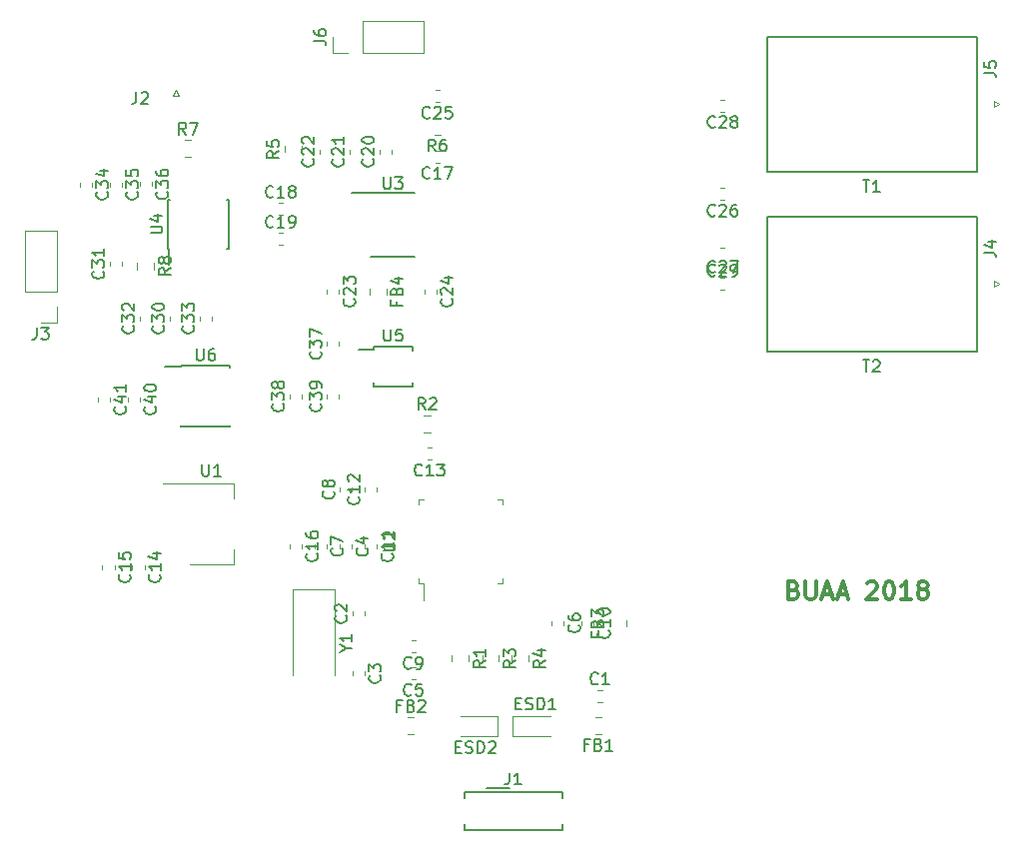
<source format=gbr>
G04 #@! TF.GenerationSoftware,KiCad,Pcbnew,(6.0.0-rc1-dev-1154-gcbd13c712)*
G04 #@! TF.CreationDate,2018-11-27T08:28:51+08:00*
G04 #@! TF.ProjectId,8330_EVA,38333330-5f45-4564-912e-6b696361645f,rev?*
G04 #@! TF.SameCoordinates,Original*
G04 #@! TF.FileFunction,Legend,Top*
G04 #@! TF.FilePolarity,Positive*
%FSLAX46Y46*%
G04 Gerber Fmt 4.6, Leading zero omitted, Abs format (unit mm)*
G04 Created by KiCad (PCBNEW (6.0.0-rc1-dev-1154-gcbd13c712)) date 2018/11/27 8:28:51*
%MOMM*%
%LPD*%
G01*
G04 APERTURE LIST*
%ADD10C,0.300000*%
%ADD11C,0.120000*%
%ADD12C,0.150000*%
G04 APERTURE END LIST*
D10*
X177487142Y-105302857D02*
X177701428Y-105374285D01*
X177772857Y-105445714D01*
X177844285Y-105588571D01*
X177844285Y-105802857D01*
X177772857Y-105945714D01*
X177701428Y-106017142D01*
X177558571Y-106088571D01*
X176987142Y-106088571D01*
X176987142Y-104588571D01*
X177487142Y-104588571D01*
X177630000Y-104660000D01*
X177701428Y-104731428D01*
X177772857Y-104874285D01*
X177772857Y-105017142D01*
X177701428Y-105160000D01*
X177630000Y-105231428D01*
X177487142Y-105302857D01*
X176987142Y-105302857D01*
X178487142Y-104588571D02*
X178487142Y-105802857D01*
X178558571Y-105945714D01*
X178630000Y-106017142D01*
X178772857Y-106088571D01*
X179058571Y-106088571D01*
X179201428Y-106017142D01*
X179272857Y-105945714D01*
X179344285Y-105802857D01*
X179344285Y-104588571D01*
X179987142Y-105660000D02*
X180701428Y-105660000D01*
X179844285Y-106088571D02*
X180344285Y-104588571D01*
X180844285Y-106088571D01*
X181272857Y-105660000D02*
X181987142Y-105660000D01*
X181130000Y-106088571D02*
X181630000Y-104588571D01*
X182130000Y-106088571D01*
X183701428Y-104731428D02*
X183772857Y-104660000D01*
X183915714Y-104588571D01*
X184272857Y-104588571D01*
X184415714Y-104660000D01*
X184487142Y-104731428D01*
X184558571Y-104874285D01*
X184558571Y-105017142D01*
X184487142Y-105231428D01*
X183630000Y-106088571D01*
X184558571Y-106088571D01*
X185487142Y-104588571D02*
X185630000Y-104588571D01*
X185772857Y-104660000D01*
X185844285Y-104731428D01*
X185915714Y-104874285D01*
X185987142Y-105160000D01*
X185987142Y-105517142D01*
X185915714Y-105802857D01*
X185844285Y-105945714D01*
X185772857Y-106017142D01*
X185630000Y-106088571D01*
X185487142Y-106088571D01*
X185344285Y-106017142D01*
X185272857Y-105945714D01*
X185201428Y-105802857D01*
X185130000Y-105517142D01*
X185130000Y-105160000D01*
X185201428Y-104874285D01*
X185272857Y-104731428D01*
X185344285Y-104660000D01*
X185487142Y-104588571D01*
X187415714Y-106088571D02*
X186558571Y-106088571D01*
X186987142Y-106088571D02*
X186987142Y-104588571D01*
X186844285Y-104802857D01*
X186701428Y-104945714D01*
X186558571Y-105017142D01*
X188272857Y-105231428D02*
X188130000Y-105160000D01*
X188058571Y-105088571D01*
X187987142Y-104945714D01*
X187987142Y-104874285D01*
X188058571Y-104731428D01*
X188130000Y-104660000D01*
X188272857Y-104588571D01*
X188558571Y-104588571D01*
X188701428Y-104660000D01*
X188772857Y-104731428D01*
X188844285Y-104874285D01*
X188844285Y-104945714D01*
X188772857Y-105088571D01*
X188701428Y-105160000D01*
X188558571Y-105231428D01*
X188272857Y-105231428D01*
X188130000Y-105302857D01*
X188058571Y-105374285D01*
X187987142Y-105517142D01*
X187987142Y-105802857D01*
X188058571Y-105945714D01*
X188130000Y-106017142D01*
X188272857Y-106088571D01*
X188558571Y-106088571D01*
X188701428Y-106017142D01*
X188772857Y-105945714D01*
X188844285Y-105802857D01*
X188844285Y-105517142D01*
X188772857Y-105374285D01*
X188701428Y-105302857D01*
X188558571Y-105231428D01*
D11*
G04 #@! TO.C,C1*
X160878733Y-113790000D02*
X161221267Y-113790000D01*
X160878733Y-114810000D02*
X161221267Y-114810000D01*
G04 #@! TO.C,C2*
X140079000Y-107486267D02*
X140079000Y-107143733D01*
X141099000Y-107486267D02*
X141099000Y-107143733D01*
G04 #@! TO.C,C3*
X140079000Y-112223733D02*
X140079000Y-112566267D01*
X141099000Y-112223733D02*
X141099000Y-112566267D01*
G04 #@! TO.C,C4*
X139006646Y-101428733D02*
X139006646Y-101771267D01*
X140026646Y-101428733D02*
X140026646Y-101771267D01*
G04 #@! TO.C,C5*
X145396042Y-111885000D02*
X145053508Y-111885000D01*
X145396042Y-112905000D02*
X145053508Y-112905000D01*
G04 #@! TO.C,C6*
X156970000Y-107942781D02*
X156970000Y-108285315D01*
X157990000Y-107942781D02*
X157990000Y-108285315D01*
G04 #@! TO.C,C7*
X137895823Y-101428733D02*
X137895823Y-101771267D01*
X136875823Y-101428733D02*
X136875823Y-101771267D01*
G04 #@! TO.C,C8*
X139006646Y-96948810D02*
X139006646Y-96606276D01*
X140026646Y-96948810D02*
X140026646Y-96606276D01*
G04 #@! TO.C,C9*
X145396042Y-110622543D02*
X145053508Y-110622543D01*
X145396042Y-109602543D02*
X145053508Y-109602543D01*
G04 #@! TO.C,C10*
X160530000Y-107942781D02*
X160530000Y-108285315D01*
X159510000Y-107942781D02*
X159510000Y-108285315D01*
G04 #@! TO.C,C11*
X141137471Y-101428733D02*
X141137471Y-101771267D01*
X142157471Y-101428733D02*
X142157471Y-101771267D01*
G04 #@! TO.C,C12*
X142157471Y-96948810D02*
X142157471Y-96606276D01*
X141137471Y-96948810D02*
X141137471Y-96606276D01*
G04 #@! TO.C,C13*
X146772977Y-94270048D02*
X146430443Y-94270048D01*
X146772977Y-93250048D02*
X146430443Y-93250048D01*
G04 #@! TO.C,C14*
X122442698Y-103201268D02*
X122442698Y-103543802D01*
X121422698Y-103201268D02*
X121422698Y-103543802D01*
G04 #@! TO.C,C15*
X118882698Y-103201268D02*
X118882698Y-103543802D01*
X119902698Y-103201268D02*
X119902698Y-103543802D01*
G04 #@! TO.C,C16*
X134745000Y-101428733D02*
X134745000Y-101771267D01*
X135765000Y-101428733D02*
X135765000Y-101771267D01*
G04 #@! TO.C,C17*
X147435467Y-68070000D02*
X147092933Y-68070000D01*
X147435467Y-69090000D02*
X147092933Y-69090000D01*
G04 #@! TO.C,C18*
X133813733Y-73535000D02*
X134156267Y-73535000D01*
X133813733Y-72515000D02*
X134156267Y-72515000D01*
G04 #@! TO.C,C19*
X133813733Y-75055000D02*
X134156267Y-75055000D01*
X133813733Y-76075000D02*
X134156267Y-76075000D01*
G04 #@! TO.C,C20*
X143385000Y-68316267D02*
X143385000Y-67973733D01*
X142365000Y-68316267D02*
X142365000Y-67973733D01*
G04 #@! TO.C,C21*
X140845000Y-68316267D02*
X140845000Y-67973733D01*
X139825000Y-68316267D02*
X139825000Y-67973733D01*
G04 #@! TO.C,C22*
X138305000Y-68316267D02*
X138305000Y-67973733D01*
X137285000Y-68316267D02*
X137285000Y-67973733D01*
G04 #@! TO.C,C23*
X137920000Y-79838733D02*
X137920000Y-80181267D01*
X138940000Y-79838733D02*
X138940000Y-80181267D01*
G04 #@! TO.C,C24*
X147195000Y-79838733D02*
X147195000Y-80181267D01*
X146175000Y-79838733D02*
X146175000Y-80181267D01*
G04 #@! TO.C,C25*
X147435467Y-63972937D02*
X147092933Y-63972937D01*
X147435467Y-62952937D02*
X147092933Y-62952937D01*
G04 #@! TO.C,C26*
X171621267Y-72265000D02*
X171278733Y-72265000D01*
X171621267Y-71245000D02*
X171278733Y-71245000D01*
G04 #@! TO.C,C27*
X171278733Y-79885000D02*
X171621267Y-79885000D01*
X171278733Y-78865000D02*
X171621267Y-78865000D01*
G04 #@! TO.C,C28*
X171621267Y-63752000D02*
X171278733Y-63752000D01*
X171621267Y-64772000D02*
X171278733Y-64772000D01*
G04 #@! TO.C,C29*
X171621267Y-77345000D02*
X171278733Y-77345000D01*
X171621267Y-76325000D02*
X171278733Y-76325000D01*
G04 #@! TO.C,C30*
X125605000Y-82453267D02*
X125605000Y-82110733D01*
X124585000Y-82453267D02*
X124585000Y-82110733D01*
G04 #@! TO.C,C31*
X120525000Y-77831267D02*
X120525000Y-77488733D01*
X119505000Y-77831267D02*
X119505000Y-77488733D01*
G04 #@! TO.C,C32*
X123065000Y-82453267D02*
X123065000Y-82110733D01*
X122045000Y-82453267D02*
X122045000Y-82110733D01*
G04 #@! TO.C,C33*
X127125000Y-82453267D02*
X127125000Y-82110733D01*
X128145000Y-82453267D02*
X128145000Y-82110733D01*
G04 #@! TO.C,C34*
X117985000Y-70763791D02*
X117985000Y-71106325D01*
X116965000Y-70763791D02*
X116965000Y-71106325D01*
G04 #@! TO.C,C35*
X119505000Y-70763791D02*
X119505000Y-71106325D01*
X120525000Y-70763791D02*
X120525000Y-71106325D01*
G04 #@! TO.C,C36*
X123065000Y-70748323D02*
X123065000Y-71090857D01*
X122045000Y-70748323D02*
X122045000Y-71090857D01*
G04 #@! TO.C,C37*
X137920000Y-84626267D02*
X137920000Y-84283733D01*
X138940000Y-84626267D02*
X138940000Y-84283733D01*
G04 #@! TO.C,C38*
X134745000Y-89071267D02*
X134745000Y-88728733D01*
X135765000Y-89071267D02*
X135765000Y-88728733D01*
G04 #@! TO.C,C39*
X137920000Y-89071267D02*
X137920000Y-88728733D01*
X138940000Y-89071267D02*
X138940000Y-88728733D01*
G04 #@! TO.C,C40*
X122049000Y-88982733D02*
X122049000Y-89325267D01*
X121029000Y-88982733D02*
X121029000Y-89325267D01*
G04 #@! TO.C,C41*
X118489000Y-88982733D02*
X118489000Y-89325267D01*
X119509000Y-88982733D02*
X119509000Y-89325267D01*
G04 #@! TO.C,ESD1*
X153681797Y-115990000D02*
X153681797Y-117690000D01*
X153681797Y-117690000D02*
X156831797Y-117690000D01*
X153681797Y-115990000D02*
X156831797Y-115990000D01*
G04 #@! TO.C,ESD2*
X152395000Y-117690000D02*
X149245000Y-117690000D01*
X152395000Y-115990000D02*
X149245000Y-115990000D01*
X152395000Y-117690000D02*
X152395000Y-115990000D01*
G04 #@! TO.C,FB1*
X161161252Y-116130000D02*
X160638748Y-116130000D01*
X161161252Y-117550000D02*
X160638748Y-117550000D01*
G04 #@! TO.C,FB2*
X144763523Y-117550000D02*
X145286027Y-117550000D01*
X144763523Y-116130000D02*
X145286027Y-116130000D01*
G04 #@! TO.C,FB3*
X161850000Y-108420300D02*
X161850000Y-107897796D01*
X163270000Y-108420300D02*
X163270000Y-107897796D01*
G04 #@! TO.C,FB4*
X142950000Y-79748748D02*
X142950000Y-80271252D01*
X141530000Y-79748748D02*
X141530000Y-80271252D01*
D12*
G04 #@! TO.C,J1*
X149550000Y-122920000D02*
X149550000Y-122445000D01*
X149550000Y-122445000D02*
X157850000Y-122445000D01*
X157850000Y-122445000D02*
X157850000Y-122920000D01*
X149550000Y-125170000D02*
X149550000Y-125645000D01*
X149550000Y-125645000D02*
X157850000Y-125645000D01*
X157850000Y-125645000D02*
X157850000Y-125170000D01*
X151400000Y-122145000D02*
X153400000Y-122145000D01*
D11*
G04 #@! TO.C,J2*
X125345000Y-63400000D02*
X125095000Y-62900000D01*
X124845000Y-63400000D02*
X125345000Y-63400000D01*
X125095000Y-62900000D02*
X124845000Y-63400000D01*
G04 #@! TO.C,J3*
X114995000Y-82610000D02*
X113665000Y-82610000D01*
X114995000Y-81280000D02*
X114995000Y-82610000D01*
X114995000Y-80010000D02*
X112335000Y-80010000D01*
X112335000Y-80010000D02*
X112335000Y-74870000D01*
X114995000Y-80010000D02*
X114995000Y-74870000D01*
X114995000Y-74870000D02*
X112335000Y-74870000D01*
G04 #@! TO.C,J4*
X194410000Y-79625000D02*
X194910000Y-79375000D01*
X194410000Y-79125000D02*
X194410000Y-79625000D01*
X194910000Y-79375000D02*
X194410000Y-79125000D01*
G04 #@! TO.C,J5*
X194910000Y-64135000D02*
X194410000Y-63885000D01*
X194410000Y-63885000D02*
X194410000Y-64385000D01*
X194410000Y-64385000D02*
X194910000Y-64135000D01*
G04 #@! TO.C,J6*
X146110000Y-59750000D02*
X146110000Y-57090000D01*
X140970000Y-59750000D02*
X146110000Y-59750000D01*
X140970000Y-57090000D02*
X146110000Y-57090000D01*
X140970000Y-59750000D02*
X140970000Y-57090000D01*
X139700000Y-59750000D02*
X138370000Y-59750000D01*
X138370000Y-59750000D02*
X138370000Y-58420000D01*
G04 #@! TO.C,R1*
X149935000Y-110863748D02*
X149935000Y-111386252D01*
X148515000Y-110863748D02*
X148515000Y-111386252D01*
G04 #@! TO.C,R2*
X146140458Y-91930048D02*
X146662962Y-91930048D01*
X146140458Y-90510048D02*
X146662962Y-90510048D01*
G04 #@! TO.C,R3*
X152494945Y-110863748D02*
X152494945Y-111386252D01*
X151074945Y-110863748D02*
X151074945Y-111386252D01*
G04 #@! TO.C,R4*
X155015000Y-110863748D02*
X155015000Y-111386252D01*
X153595000Y-110863748D02*
X153595000Y-111386252D01*
G04 #@! TO.C,R5*
X134325000Y-68206252D02*
X134325000Y-67683748D01*
X135745000Y-68206252D02*
X135745000Y-67683748D01*
G04 #@! TO.C,R6*
X147525452Y-65311468D02*
X147002948Y-65311468D01*
X147525452Y-66731468D02*
X147002948Y-66731468D01*
G04 #@! TO.C,R7*
X125868748Y-68600000D02*
X126391252Y-68600000D01*
X125868748Y-67180000D02*
X126391252Y-67180000D01*
G04 #@! TO.C,R8*
X123265000Y-77598748D02*
X123265000Y-78121252D01*
X121845000Y-77598748D02*
X121845000Y-78121252D01*
D12*
G04 #@! TO.C,T1*
X191719200Y-69857620D02*
X175209200Y-69857620D01*
X175209200Y-69857620D02*
X175209200Y-58427620D01*
X175209200Y-58427620D02*
X192989200Y-58427620D01*
X192989200Y-58427620D02*
X192989200Y-69857620D01*
X192989200Y-69857620D02*
X191719200Y-69857620D01*
G04 #@! TO.C,T2*
X192989200Y-85097620D02*
X191719200Y-85097620D01*
X192989200Y-73667620D02*
X192989200Y-85097620D01*
X175209200Y-73667620D02*
X192989200Y-73667620D01*
X175209200Y-85097620D02*
X175209200Y-73667620D01*
X191719200Y-85097620D02*
X175209200Y-85097620D01*
D11*
G04 #@! TO.C,U1*
X130012232Y-103105000D02*
X130012232Y-101845000D01*
X130012232Y-96285000D02*
X130012232Y-97545000D01*
X126252232Y-103105000D02*
X130012232Y-103105000D01*
X124002232Y-96285000D02*
X130012232Y-96285000D01*
G04 #@! TO.C,U2*
X145665000Y-97662543D02*
X146085000Y-97662543D01*
X152785000Y-97662543D02*
X152365000Y-97662543D01*
X152785000Y-104782543D02*
X152365000Y-104782543D01*
X145665000Y-104782543D02*
X145665000Y-104362543D01*
X152785000Y-97662543D02*
X152785000Y-98082543D01*
X145665000Y-97662543D02*
X145665000Y-98082543D01*
X146085000Y-104782543D02*
X146085000Y-106162543D01*
X145665000Y-104782543D02*
X146085000Y-104782543D01*
X152785000Y-104782543D02*
X152785000Y-104362543D01*
D12*
G04 #@! TO.C,U3*
X141645700Y-77035000D02*
X145354300Y-77035000D01*
X139975000Y-71635000D02*
X145358600Y-71635000D01*
G04 #@! TO.C,U4*
X124425000Y-76370000D02*
X124475000Y-76370000D01*
X124425000Y-72220000D02*
X124570000Y-72220000D01*
X129575000Y-72220000D02*
X129430000Y-72220000D01*
X129575000Y-76370000D02*
X129430000Y-76370000D01*
X124425000Y-76370000D02*
X124425000Y-72220000D01*
X129575000Y-76370000D02*
X129575000Y-72220000D01*
X124475000Y-76370000D02*
X124475000Y-77770000D01*
G04 #@! TO.C,U5*
X141835000Y-84685000D02*
X141835000Y-84910000D01*
X145185000Y-84685000D02*
X145185000Y-84985000D01*
X145185000Y-88035000D02*
X145185000Y-87735000D01*
X141835000Y-88035000D02*
X141835000Y-87735000D01*
X141835000Y-84685000D02*
X145185000Y-84685000D01*
X141835000Y-88035000D02*
X145185000Y-88035000D01*
X141835000Y-84910000D02*
X140610000Y-84910000D01*
G04 #@! TO.C,U6*
X125560000Y-86375000D02*
X124160000Y-86375000D01*
X125560000Y-91475000D02*
X129710000Y-91475000D01*
X125560000Y-86325000D02*
X129710000Y-86325000D01*
X125560000Y-91475000D02*
X125560000Y-91330000D01*
X129710000Y-91475000D02*
X129710000Y-91330000D01*
X129710000Y-86325000D02*
X129710000Y-86470000D01*
X125560000Y-86325000D02*
X125560000Y-86375000D01*
D11*
G04 #@! TO.C,Y1*
X138579000Y-112495000D02*
X138579000Y-105245000D01*
X138579000Y-105245000D02*
X134979000Y-105245000D01*
X134979000Y-105245000D02*
X134979000Y-112495000D01*
G04 #@! TO.C,C1*
D12*
X160883333Y-113227142D02*
X160835714Y-113274761D01*
X160692857Y-113322380D01*
X160597619Y-113322380D01*
X160454761Y-113274761D01*
X160359523Y-113179523D01*
X160311904Y-113084285D01*
X160264285Y-112893809D01*
X160264285Y-112750952D01*
X160311904Y-112560476D01*
X160359523Y-112465238D01*
X160454761Y-112370000D01*
X160597619Y-112322380D01*
X160692857Y-112322380D01*
X160835714Y-112370000D01*
X160883333Y-112417619D01*
X161835714Y-113322380D02*
X161264285Y-113322380D01*
X161550000Y-113322380D02*
X161550000Y-112322380D01*
X161454761Y-112465238D01*
X161359523Y-112560476D01*
X161264285Y-112608095D01*
G04 #@! TO.C,C2*
X139516142Y-107481666D02*
X139563761Y-107529285D01*
X139611380Y-107672142D01*
X139611380Y-107767380D01*
X139563761Y-107910238D01*
X139468523Y-108005476D01*
X139373285Y-108053095D01*
X139182809Y-108100714D01*
X139039952Y-108100714D01*
X138849476Y-108053095D01*
X138754238Y-108005476D01*
X138659000Y-107910238D01*
X138611380Y-107767380D01*
X138611380Y-107672142D01*
X138659000Y-107529285D01*
X138706619Y-107481666D01*
X138706619Y-107100714D02*
X138659000Y-107053095D01*
X138611380Y-106957857D01*
X138611380Y-106719761D01*
X138659000Y-106624523D01*
X138706619Y-106576904D01*
X138801857Y-106529285D01*
X138897095Y-106529285D01*
X139039952Y-106576904D01*
X139611380Y-107148333D01*
X139611380Y-106529285D01*
G04 #@! TO.C,C3*
X142376142Y-112561666D02*
X142423761Y-112609285D01*
X142471380Y-112752142D01*
X142471380Y-112847380D01*
X142423761Y-112990238D01*
X142328523Y-113085476D01*
X142233285Y-113133095D01*
X142042809Y-113180714D01*
X141899952Y-113180714D01*
X141709476Y-113133095D01*
X141614238Y-113085476D01*
X141519000Y-112990238D01*
X141471380Y-112847380D01*
X141471380Y-112752142D01*
X141519000Y-112609285D01*
X141566619Y-112561666D01*
X141471380Y-112228333D02*
X141471380Y-111609285D01*
X141852333Y-111942619D01*
X141852333Y-111799761D01*
X141899952Y-111704523D01*
X141947571Y-111656904D01*
X142042809Y-111609285D01*
X142280904Y-111609285D01*
X142376142Y-111656904D01*
X142423761Y-111704523D01*
X142471380Y-111799761D01*
X142471380Y-112085476D01*
X142423761Y-112180714D01*
X142376142Y-112228333D01*
G04 #@! TO.C,C4*
X141303788Y-101766666D02*
X141351407Y-101814285D01*
X141399026Y-101957142D01*
X141399026Y-102052380D01*
X141351407Y-102195238D01*
X141256169Y-102290476D01*
X141160931Y-102338095D01*
X140970455Y-102385714D01*
X140827598Y-102385714D01*
X140637122Y-102338095D01*
X140541884Y-102290476D01*
X140446646Y-102195238D01*
X140399026Y-102052380D01*
X140399026Y-101957142D01*
X140446646Y-101814285D01*
X140494265Y-101766666D01*
X140732360Y-100909523D02*
X141399026Y-100909523D01*
X140351407Y-101147619D02*
X141065693Y-101385714D01*
X141065693Y-100766666D01*
G04 #@! TO.C,C5*
X145058108Y-114182142D02*
X145010489Y-114229761D01*
X144867632Y-114277380D01*
X144772394Y-114277380D01*
X144629536Y-114229761D01*
X144534298Y-114134523D01*
X144486679Y-114039285D01*
X144439060Y-113848809D01*
X144439060Y-113705952D01*
X144486679Y-113515476D01*
X144534298Y-113420238D01*
X144629536Y-113325000D01*
X144772394Y-113277380D01*
X144867632Y-113277380D01*
X145010489Y-113325000D01*
X145058108Y-113372619D01*
X145962870Y-113277380D02*
X145486679Y-113277380D01*
X145439060Y-113753571D01*
X145486679Y-113705952D01*
X145581917Y-113658333D01*
X145820013Y-113658333D01*
X145915251Y-113705952D01*
X145962870Y-113753571D01*
X146010489Y-113848809D01*
X146010489Y-114086904D01*
X145962870Y-114182142D01*
X145915251Y-114229761D01*
X145820013Y-114277380D01*
X145581917Y-114277380D01*
X145486679Y-114229761D01*
X145439060Y-114182142D01*
G04 #@! TO.C,C6*
X159267142Y-108280714D02*
X159314761Y-108328333D01*
X159362380Y-108471190D01*
X159362380Y-108566428D01*
X159314761Y-108709286D01*
X159219523Y-108804524D01*
X159124285Y-108852143D01*
X158933809Y-108899762D01*
X158790952Y-108899762D01*
X158600476Y-108852143D01*
X158505238Y-108804524D01*
X158410000Y-108709286D01*
X158362380Y-108566428D01*
X158362380Y-108471190D01*
X158410000Y-108328333D01*
X158457619Y-108280714D01*
X158362380Y-107423571D02*
X158362380Y-107614048D01*
X158410000Y-107709286D01*
X158457619Y-107756905D01*
X158600476Y-107852143D01*
X158790952Y-107899762D01*
X159171904Y-107899762D01*
X159267142Y-107852143D01*
X159314761Y-107804524D01*
X159362380Y-107709286D01*
X159362380Y-107518809D01*
X159314761Y-107423571D01*
X159267142Y-107375952D01*
X159171904Y-107328333D01*
X158933809Y-107328333D01*
X158838571Y-107375952D01*
X158790952Y-107423571D01*
X158743333Y-107518809D01*
X158743333Y-107709286D01*
X158790952Y-107804524D01*
X158838571Y-107852143D01*
X158933809Y-107899762D01*
G04 #@! TO.C,C7*
X139172965Y-101766666D02*
X139220584Y-101814285D01*
X139268203Y-101957142D01*
X139268203Y-102052380D01*
X139220584Y-102195238D01*
X139125346Y-102290476D01*
X139030108Y-102338095D01*
X138839632Y-102385714D01*
X138696775Y-102385714D01*
X138506299Y-102338095D01*
X138411061Y-102290476D01*
X138315823Y-102195238D01*
X138268203Y-102052380D01*
X138268203Y-101957142D01*
X138315823Y-101814285D01*
X138363442Y-101766666D01*
X138268203Y-101433333D02*
X138268203Y-100766666D01*
X139268203Y-101195238D01*
G04 #@! TO.C,C8*
X138443788Y-96944209D02*
X138491407Y-96991828D01*
X138539026Y-97134685D01*
X138539026Y-97229923D01*
X138491407Y-97372781D01*
X138396169Y-97468019D01*
X138300931Y-97515638D01*
X138110455Y-97563257D01*
X137967598Y-97563257D01*
X137777122Y-97515638D01*
X137681884Y-97468019D01*
X137586646Y-97372781D01*
X137539026Y-97229923D01*
X137539026Y-97134685D01*
X137586646Y-96991828D01*
X137634265Y-96944209D01*
X137967598Y-96372781D02*
X137919979Y-96468019D01*
X137872360Y-96515638D01*
X137777122Y-96563257D01*
X137729503Y-96563257D01*
X137634265Y-96515638D01*
X137586646Y-96468019D01*
X137539026Y-96372781D01*
X137539026Y-96182304D01*
X137586646Y-96087066D01*
X137634265Y-96039447D01*
X137729503Y-95991828D01*
X137777122Y-95991828D01*
X137872360Y-96039447D01*
X137919979Y-96087066D01*
X137967598Y-96182304D01*
X137967598Y-96372781D01*
X138015217Y-96468019D01*
X138062836Y-96515638D01*
X138158074Y-96563257D01*
X138348550Y-96563257D01*
X138443788Y-96515638D01*
X138491407Y-96468019D01*
X138539026Y-96372781D01*
X138539026Y-96182304D01*
X138491407Y-96087066D01*
X138443788Y-96039447D01*
X138348550Y-95991828D01*
X138158074Y-95991828D01*
X138062836Y-96039447D01*
X138015217Y-96087066D01*
X137967598Y-96182304D01*
G04 #@! TO.C,C9*
X145058108Y-111899685D02*
X145010489Y-111947304D01*
X144867632Y-111994923D01*
X144772394Y-111994923D01*
X144629536Y-111947304D01*
X144534298Y-111852066D01*
X144486679Y-111756828D01*
X144439060Y-111566352D01*
X144439060Y-111423495D01*
X144486679Y-111233019D01*
X144534298Y-111137781D01*
X144629536Y-111042543D01*
X144772394Y-110994923D01*
X144867632Y-110994923D01*
X145010489Y-111042543D01*
X145058108Y-111090162D01*
X145534298Y-111994923D02*
X145724775Y-111994923D01*
X145820013Y-111947304D01*
X145867632Y-111899685D01*
X145962870Y-111756828D01*
X146010489Y-111566352D01*
X146010489Y-111185400D01*
X145962870Y-111090162D01*
X145915251Y-111042543D01*
X145820013Y-110994923D01*
X145629536Y-110994923D01*
X145534298Y-111042543D01*
X145486679Y-111090162D01*
X145439060Y-111185400D01*
X145439060Y-111423495D01*
X145486679Y-111518733D01*
X145534298Y-111566352D01*
X145629536Y-111613971D01*
X145820013Y-111613971D01*
X145915251Y-111566352D01*
X145962870Y-111518733D01*
X146010489Y-111423495D01*
G04 #@! TO.C,C10*
X161807142Y-108756905D02*
X161854761Y-108804524D01*
X161902380Y-108947381D01*
X161902380Y-109042619D01*
X161854761Y-109185476D01*
X161759523Y-109280714D01*
X161664285Y-109328333D01*
X161473809Y-109375952D01*
X161330952Y-109375952D01*
X161140476Y-109328333D01*
X161045238Y-109280714D01*
X160950000Y-109185476D01*
X160902380Y-109042619D01*
X160902380Y-108947381D01*
X160950000Y-108804524D01*
X160997619Y-108756905D01*
X161902380Y-107804524D02*
X161902380Y-108375952D01*
X161902380Y-108090238D02*
X160902380Y-108090238D01*
X161045238Y-108185476D01*
X161140476Y-108280714D01*
X161188095Y-108375952D01*
X160902380Y-107185476D02*
X160902380Y-107090238D01*
X160950000Y-106995000D01*
X160997619Y-106947381D01*
X161092857Y-106899762D01*
X161283333Y-106852143D01*
X161521428Y-106852143D01*
X161711904Y-106899762D01*
X161807142Y-106947381D01*
X161854761Y-106995000D01*
X161902380Y-107090238D01*
X161902380Y-107185476D01*
X161854761Y-107280714D01*
X161807142Y-107328333D01*
X161711904Y-107375952D01*
X161521428Y-107423571D01*
X161283333Y-107423571D01*
X161092857Y-107375952D01*
X160997619Y-107328333D01*
X160950000Y-107280714D01*
X160902380Y-107185476D01*
G04 #@! TO.C,C11*
X143434613Y-102242857D02*
X143482232Y-102290476D01*
X143529851Y-102433333D01*
X143529851Y-102528571D01*
X143482232Y-102671428D01*
X143386994Y-102766666D01*
X143291756Y-102814285D01*
X143101280Y-102861904D01*
X142958423Y-102861904D01*
X142767947Y-102814285D01*
X142672709Y-102766666D01*
X142577471Y-102671428D01*
X142529851Y-102528571D01*
X142529851Y-102433333D01*
X142577471Y-102290476D01*
X142625090Y-102242857D01*
X143529851Y-101290476D02*
X143529851Y-101861904D01*
X143529851Y-101576190D02*
X142529851Y-101576190D01*
X142672709Y-101671428D01*
X142767947Y-101766666D01*
X142815566Y-101861904D01*
X143529851Y-100338095D02*
X143529851Y-100909523D01*
X143529851Y-100623809D02*
X142529851Y-100623809D01*
X142672709Y-100719047D01*
X142767947Y-100814285D01*
X142815566Y-100909523D01*
G04 #@! TO.C,C12*
X140574613Y-97420400D02*
X140622232Y-97468019D01*
X140669851Y-97610876D01*
X140669851Y-97706114D01*
X140622232Y-97848971D01*
X140526994Y-97944209D01*
X140431756Y-97991828D01*
X140241280Y-98039447D01*
X140098423Y-98039447D01*
X139907947Y-97991828D01*
X139812709Y-97944209D01*
X139717471Y-97848971D01*
X139669851Y-97706114D01*
X139669851Y-97610876D01*
X139717471Y-97468019D01*
X139765090Y-97420400D01*
X140669851Y-96468019D02*
X140669851Y-97039447D01*
X140669851Y-96753733D02*
X139669851Y-96753733D01*
X139812709Y-96848971D01*
X139907947Y-96944209D01*
X139955566Y-97039447D01*
X139765090Y-96087066D02*
X139717471Y-96039447D01*
X139669851Y-95944209D01*
X139669851Y-95706114D01*
X139717471Y-95610876D01*
X139765090Y-95563257D01*
X139860328Y-95515638D01*
X139955566Y-95515638D01*
X140098423Y-95563257D01*
X140669851Y-96134685D01*
X140669851Y-95515638D01*
G04 #@! TO.C,C13*
X145958852Y-95547190D02*
X145911233Y-95594809D01*
X145768376Y-95642428D01*
X145673138Y-95642428D01*
X145530281Y-95594809D01*
X145435043Y-95499571D01*
X145387424Y-95404333D01*
X145339805Y-95213857D01*
X145339805Y-95071000D01*
X145387424Y-94880524D01*
X145435043Y-94785286D01*
X145530281Y-94690048D01*
X145673138Y-94642428D01*
X145768376Y-94642428D01*
X145911233Y-94690048D01*
X145958852Y-94737667D01*
X146911233Y-95642428D02*
X146339805Y-95642428D01*
X146625519Y-95642428D02*
X146625519Y-94642428D01*
X146530281Y-94785286D01*
X146435043Y-94880524D01*
X146339805Y-94928143D01*
X147244567Y-94642428D02*
X147863614Y-94642428D01*
X147530281Y-95023381D01*
X147673138Y-95023381D01*
X147768376Y-95071000D01*
X147815995Y-95118619D01*
X147863614Y-95213857D01*
X147863614Y-95451952D01*
X147815995Y-95547190D01*
X147768376Y-95594809D01*
X147673138Y-95642428D01*
X147387424Y-95642428D01*
X147292186Y-95594809D01*
X147244567Y-95547190D01*
G04 #@! TO.C,C14*
X123719840Y-104015392D02*
X123767459Y-104063011D01*
X123815078Y-104205868D01*
X123815078Y-104301106D01*
X123767459Y-104443963D01*
X123672221Y-104539201D01*
X123576983Y-104586820D01*
X123386507Y-104634439D01*
X123243650Y-104634439D01*
X123053174Y-104586820D01*
X122957936Y-104539201D01*
X122862698Y-104443963D01*
X122815078Y-104301106D01*
X122815078Y-104205868D01*
X122862698Y-104063011D01*
X122910317Y-104015392D01*
X123815078Y-103063011D02*
X123815078Y-103634439D01*
X123815078Y-103348725D02*
X122815078Y-103348725D01*
X122957936Y-103443963D01*
X123053174Y-103539201D01*
X123100793Y-103634439D01*
X123148412Y-102205868D02*
X123815078Y-102205868D01*
X122767459Y-102443963D02*
X123481745Y-102682058D01*
X123481745Y-102063011D01*
G04 #@! TO.C,C15*
X121179840Y-104015392D02*
X121227459Y-104063011D01*
X121275078Y-104205868D01*
X121275078Y-104301106D01*
X121227459Y-104443963D01*
X121132221Y-104539201D01*
X121036983Y-104586820D01*
X120846507Y-104634439D01*
X120703650Y-104634439D01*
X120513174Y-104586820D01*
X120417936Y-104539201D01*
X120322698Y-104443963D01*
X120275078Y-104301106D01*
X120275078Y-104205868D01*
X120322698Y-104063011D01*
X120370317Y-104015392D01*
X121275078Y-103063011D02*
X121275078Y-103634439D01*
X121275078Y-103348725D02*
X120275078Y-103348725D01*
X120417936Y-103443963D01*
X120513174Y-103539201D01*
X120560793Y-103634439D01*
X120275078Y-102158249D02*
X120275078Y-102634439D01*
X120751269Y-102682058D01*
X120703650Y-102634439D01*
X120656031Y-102539201D01*
X120656031Y-102301106D01*
X120703650Y-102205868D01*
X120751269Y-102158249D01*
X120846507Y-102110630D01*
X121084602Y-102110630D01*
X121179840Y-102158249D01*
X121227459Y-102205868D01*
X121275078Y-102301106D01*
X121275078Y-102539201D01*
X121227459Y-102634439D01*
X121179840Y-102682058D01*
G04 #@! TO.C,C16*
X137042142Y-102242857D02*
X137089761Y-102290476D01*
X137137380Y-102433333D01*
X137137380Y-102528571D01*
X137089761Y-102671428D01*
X136994523Y-102766666D01*
X136899285Y-102814285D01*
X136708809Y-102861904D01*
X136565952Y-102861904D01*
X136375476Y-102814285D01*
X136280238Y-102766666D01*
X136185000Y-102671428D01*
X136137380Y-102528571D01*
X136137380Y-102433333D01*
X136185000Y-102290476D01*
X136232619Y-102242857D01*
X137137380Y-101290476D02*
X137137380Y-101861904D01*
X137137380Y-101576190D02*
X136137380Y-101576190D01*
X136280238Y-101671428D01*
X136375476Y-101766666D01*
X136423095Y-101861904D01*
X136137380Y-100433333D02*
X136137380Y-100623809D01*
X136185000Y-100719047D01*
X136232619Y-100766666D01*
X136375476Y-100861904D01*
X136565952Y-100909523D01*
X136946904Y-100909523D01*
X137042142Y-100861904D01*
X137089761Y-100814285D01*
X137137380Y-100719047D01*
X137137380Y-100528571D01*
X137089761Y-100433333D01*
X137042142Y-100385714D01*
X136946904Y-100338095D01*
X136708809Y-100338095D01*
X136613571Y-100385714D01*
X136565952Y-100433333D01*
X136518333Y-100528571D01*
X136518333Y-100719047D01*
X136565952Y-100814285D01*
X136613571Y-100861904D01*
X136708809Y-100909523D01*
G04 #@! TO.C,C17*
X146621342Y-70367142D02*
X146573723Y-70414761D01*
X146430866Y-70462380D01*
X146335628Y-70462380D01*
X146192771Y-70414761D01*
X146097533Y-70319523D01*
X146049914Y-70224285D01*
X146002295Y-70033809D01*
X146002295Y-69890952D01*
X146049914Y-69700476D01*
X146097533Y-69605238D01*
X146192771Y-69510000D01*
X146335628Y-69462380D01*
X146430866Y-69462380D01*
X146573723Y-69510000D01*
X146621342Y-69557619D01*
X147573723Y-70462380D02*
X147002295Y-70462380D01*
X147288009Y-70462380D02*
X147288009Y-69462380D01*
X147192771Y-69605238D01*
X147097533Y-69700476D01*
X147002295Y-69748095D01*
X147907057Y-69462380D02*
X148573723Y-69462380D01*
X148145152Y-70462380D01*
G04 #@! TO.C,C18*
X133342142Y-71952142D02*
X133294523Y-71999761D01*
X133151666Y-72047380D01*
X133056428Y-72047380D01*
X132913571Y-71999761D01*
X132818333Y-71904523D01*
X132770714Y-71809285D01*
X132723095Y-71618809D01*
X132723095Y-71475952D01*
X132770714Y-71285476D01*
X132818333Y-71190238D01*
X132913571Y-71095000D01*
X133056428Y-71047380D01*
X133151666Y-71047380D01*
X133294523Y-71095000D01*
X133342142Y-71142619D01*
X134294523Y-72047380D02*
X133723095Y-72047380D01*
X134008809Y-72047380D02*
X134008809Y-71047380D01*
X133913571Y-71190238D01*
X133818333Y-71285476D01*
X133723095Y-71333095D01*
X134865952Y-71475952D02*
X134770714Y-71428333D01*
X134723095Y-71380714D01*
X134675476Y-71285476D01*
X134675476Y-71237857D01*
X134723095Y-71142619D01*
X134770714Y-71095000D01*
X134865952Y-71047380D01*
X135056428Y-71047380D01*
X135151666Y-71095000D01*
X135199285Y-71142619D01*
X135246904Y-71237857D01*
X135246904Y-71285476D01*
X135199285Y-71380714D01*
X135151666Y-71428333D01*
X135056428Y-71475952D01*
X134865952Y-71475952D01*
X134770714Y-71523571D01*
X134723095Y-71571190D01*
X134675476Y-71666428D01*
X134675476Y-71856904D01*
X134723095Y-71952142D01*
X134770714Y-71999761D01*
X134865952Y-72047380D01*
X135056428Y-72047380D01*
X135151666Y-71999761D01*
X135199285Y-71952142D01*
X135246904Y-71856904D01*
X135246904Y-71666428D01*
X135199285Y-71571190D01*
X135151666Y-71523571D01*
X135056428Y-71475952D01*
G04 #@! TO.C,C19*
X133342142Y-74492142D02*
X133294523Y-74539761D01*
X133151666Y-74587380D01*
X133056428Y-74587380D01*
X132913571Y-74539761D01*
X132818333Y-74444523D01*
X132770714Y-74349285D01*
X132723095Y-74158809D01*
X132723095Y-74015952D01*
X132770714Y-73825476D01*
X132818333Y-73730238D01*
X132913571Y-73635000D01*
X133056428Y-73587380D01*
X133151666Y-73587380D01*
X133294523Y-73635000D01*
X133342142Y-73682619D01*
X134294523Y-74587380D02*
X133723095Y-74587380D01*
X134008809Y-74587380D02*
X134008809Y-73587380D01*
X133913571Y-73730238D01*
X133818333Y-73825476D01*
X133723095Y-73873095D01*
X134770714Y-74587380D02*
X134961190Y-74587380D01*
X135056428Y-74539761D01*
X135104047Y-74492142D01*
X135199285Y-74349285D01*
X135246904Y-74158809D01*
X135246904Y-73777857D01*
X135199285Y-73682619D01*
X135151666Y-73635000D01*
X135056428Y-73587380D01*
X134865952Y-73587380D01*
X134770714Y-73635000D01*
X134723095Y-73682619D01*
X134675476Y-73777857D01*
X134675476Y-74015952D01*
X134723095Y-74111190D01*
X134770714Y-74158809D01*
X134865952Y-74206428D01*
X135056428Y-74206428D01*
X135151666Y-74158809D01*
X135199285Y-74111190D01*
X135246904Y-74015952D01*
G04 #@! TO.C,C20*
X141802142Y-68787857D02*
X141849761Y-68835476D01*
X141897380Y-68978333D01*
X141897380Y-69073571D01*
X141849761Y-69216428D01*
X141754523Y-69311666D01*
X141659285Y-69359285D01*
X141468809Y-69406904D01*
X141325952Y-69406904D01*
X141135476Y-69359285D01*
X141040238Y-69311666D01*
X140945000Y-69216428D01*
X140897380Y-69073571D01*
X140897380Y-68978333D01*
X140945000Y-68835476D01*
X140992619Y-68787857D01*
X140992619Y-68406904D02*
X140945000Y-68359285D01*
X140897380Y-68264047D01*
X140897380Y-68025952D01*
X140945000Y-67930714D01*
X140992619Y-67883095D01*
X141087857Y-67835476D01*
X141183095Y-67835476D01*
X141325952Y-67883095D01*
X141897380Y-68454523D01*
X141897380Y-67835476D01*
X140897380Y-67216428D02*
X140897380Y-67121190D01*
X140945000Y-67025952D01*
X140992619Y-66978333D01*
X141087857Y-66930714D01*
X141278333Y-66883095D01*
X141516428Y-66883095D01*
X141706904Y-66930714D01*
X141802142Y-66978333D01*
X141849761Y-67025952D01*
X141897380Y-67121190D01*
X141897380Y-67216428D01*
X141849761Y-67311666D01*
X141802142Y-67359285D01*
X141706904Y-67406904D01*
X141516428Y-67454523D01*
X141278333Y-67454523D01*
X141087857Y-67406904D01*
X140992619Y-67359285D01*
X140945000Y-67311666D01*
X140897380Y-67216428D01*
G04 #@! TO.C,C21*
X139262142Y-68787857D02*
X139309761Y-68835476D01*
X139357380Y-68978333D01*
X139357380Y-69073571D01*
X139309761Y-69216428D01*
X139214523Y-69311666D01*
X139119285Y-69359285D01*
X138928809Y-69406904D01*
X138785952Y-69406904D01*
X138595476Y-69359285D01*
X138500238Y-69311666D01*
X138405000Y-69216428D01*
X138357380Y-69073571D01*
X138357380Y-68978333D01*
X138405000Y-68835476D01*
X138452619Y-68787857D01*
X138452619Y-68406904D02*
X138405000Y-68359285D01*
X138357380Y-68264047D01*
X138357380Y-68025952D01*
X138405000Y-67930714D01*
X138452619Y-67883095D01*
X138547857Y-67835476D01*
X138643095Y-67835476D01*
X138785952Y-67883095D01*
X139357380Y-68454523D01*
X139357380Y-67835476D01*
X139357380Y-66883095D02*
X139357380Y-67454523D01*
X139357380Y-67168809D02*
X138357380Y-67168809D01*
X138500238Y-67264047D01*
X138595476Y-67359285D01*
X138643095Y-67454523D01*
G04 #@! TO.C,C22*
X136722142Y-68787857D02*
X136769761Y-68835476D01*
X136817380Y-68978333D01*
X136817380Y-69073571D01*
X136769761Y-69216428D01*
X136674523Y-69311666D01*
X136579285Y-69359285D01*
X136388809Y-69406904D01*
X136245952Y-69406904D01*
X136055476Y-69359285D01*
X135960238Y-69311666D01*
X135865000Y-69216428D01*
X135817380Y-69073571D01*
X135817380Y-68978333D01*
X135865000Y-68835476D01*
X135912619Y-68787857D01*
X135912619Y-68406904D02*
X135865000Y-68359285D01*
X135817380Y-68264047D01*
X135817380Y-68025952D01*
X135865000Y-67930714D01*
X135912619Y-67883095D01*
X136007857Y-67835476D01*
X136103095Y-67835476D01*
X136245952Y-67883095D01*
X136817380Y-68454523D01*
X136817380Y-67835476D01*
X135912619Y-67454523D02*
X135865000Y-67406904D01*
X135817380Y-67311666D01*
X135817380Y-67073571D01*
X135865000Y-66978333D01*
X135912619Y-66930714D01*
X136007857Y-66883095D01*
X136103095Y-66883095D01*
X136245952Y-66930714D01*
X136817380Y-67502142D01*
X136817380Y-66883095D01*
G04 #@! TO.C,C23*
X140217142Y-80652857D02*
X140264761Y-80700476D01*
X140312380Y-80843333D01*
X140312380Y-80938571D01*
X140264761Y-81081428D01*
X140169523Y-81176666D01*
X140074285Y-81224285D01*
X139883809Y-81271904D01*
X139740952Y-81271904D01*
X139550476Y-81224285D01*
X139455238Y-81176666D01*
X139360000Y-81081428D01*
X139312380Y-80938571D01*
X139312380Y-80843333D01*
X139360000Y-80700476D01*
X139407619Y-80652857D01*
X139407619Y-80271904D02*
X139360000Y-80224285D01*
X139312380Y-80129047D01*
X139312380Y-79890952D01*
X139360000Y-79795714D01*
X139407619Y-79748095D01*
X139502857Y-79700476D01*
X139598095Y-79700476D01*
X139740952Y-79748095D01*
X140312380Y-80319523D01*
X140312380Y-79700476D01*
X139312380Y-79367142D02*
X139312380Y-78748095D01*
X139693333Y-79081428D01*
X139693333Y-78938571D01*
X139740952Y-78843333D01*
X139788571Y-78795714D01*
X139883809Y-78748095D01*
X140121904Y-78748095D01*
X140217142Y-78795714D01*
X140264761Y-78843333D01*
X140312380Y-78938571D01*
X140312380Y-79224285D01*
X140264761Y-79319523D01*
X140217142Y-79367142D01*
G04 #@! TO.C,C24*
X148472142Y-80652857D02*
X148519761Y-80700476D01*
X148567380Y-80843333D01*
X148567380Y-80938571D01*
X148519761Y-81081428D01*
X148424523Y-81176666D01*
X148329285Y-81224285D01*
X148138809Y-81271904D01*
X147995952Y-81271904D01*
X147805476Y-81224285D01*
X147710238Y-81176666D01*
X147615000Y-81081428D01*
X147567380Y-80938571D01*
X147567380Y-80843333D01*
X147615000Y-80700476D01*
X147662619Y-80652857D01*
X147662619Y-80271904D02*
X147615000Y-80224285D01*
X147567380Y-80129047D01*
X147567380Y-79890952D01*
X147615000Y-79795714D01*
X147662619Y-79748095D01*
X147757857Y-79700476D01*
X147853095Y-79700476D01*
X147995952Y-79748095D01*
X148567380Y-80319523D01*
X148567380Y-79700476D01*
X147900714Y-78843333D02*
X148567380Y-78843333D01*
X147519761Y-79081428D02*
X148234047Y-79319523D01*
X148234047Y-78700476D01*
G04 #@! TO.C,C25*
X146621342Y-65250079D02*
X146573723Y-65297698D01*
X146430866Y-65345317D01*
X146335628Y-65345317D01*
X146192771Y-65297698D01*
X146097533Y-65202460D01*
X146049914Y-65107222D01*
X146002295Y-64916746D01*
X146002295Y-64773889D01*
X146049914Y-64583413D01*
X146097533Y-64488175D01*
X146192771Y-64392937D01*
X146335628Y-64345317D01*
X146430866Y-64345317D01*
X146573723Y-64392937D01*
X146621342Y-64440556D01*
X147002295Y-64440556D02*
X147049914Y-64392937D01*
X147145152Y-64345317D01*
X147383247Y-64345317D01*
X147478485Y-64392937D01*
X147526104Y-64440556D01*
X147573723Y-64535794D01*
X147573723Y-64631032D01*
X147526104Y-64773889D01*
X146954676Y-65345317D01*
X147573723Y-65345317D01*
X148478485Y-64345317D02*
X148002295Y-64345317D01*
X147954676Y-64821508D01*
X148002295Y-64773889D01*
X148097533Y-64726270D01*
X148335628Y-64726270D01*
X148430866Y-64773889D01*
X148478485Y-64821508D01*
X148526104Y-64916746D01*
X148526104Y-65154841D01*
X148478485Y-65250079D01*
X148430866Y-65297698D01*
X148335628Y-65345317D01*
X148097533Y-65345317D01*
X148002295Y-65297698D01*
X147954676Y-65250079D01*
G04 #@! TO.C,C26*
X170807142Y-73542142D02*
X170759523Y-73589761D01*
X170616666Y-73637380D01*
X170521428Y-73637380D01*
X170378571Y-73589761D01*
X170283333Y-73494523D01*
X170235714Y-73399285D01*
X170188095Y-73208809D01*
X170188095Y-73065952D01*
X170235714Y-72875476D01*
X170283333Y-72780238D01*
X170378571Y-72685000D01*
X170521428Y-72637380D01*
X170616666Y-72637380D01*
X170759523Y-72685000D01*
X170807142Y-72732619D01*
X171188095Y-72732619D02*
X171235714Y-72685000D01*
X171330952Y-72637380D01*
X171569047Y-72637380D01*
X171664285Y-72685000D01*
X171711904Y-72732619D01*
X171759523Y-72827857D01*
X171759523Y-72923095D01*
X171711904Y-73065952D01*
X171140476Y-73637380D01*
X171759523Y-73637380D01*
X172616666Y-72637380D02*
X172426190Y-72637380D01*
X172330952Y-72685000D01*
X172283333Y-72732619D01*
X172188095Y-72875476D01*
X172140476Y-73065952D01*
X172140476Y-73446904D01*
X172188095Y-73542142D01*
X172235714Y-73589761D01*
X172330952Y-73637380D01*
X172521428Y-73637380D01*
X172616666Y-73589761D01*
X172664285Y-73542142D01*
X172711904Y-73446904D01*
X172711904Y-73208809D01*
X172664285Y-73113571D01*
X172616666Y-73065952D01*
X172521428Y-73018333D01*
X172330952Y-73018333D01*
X172235714Y-73065952D01*
X172188095Y-73113571D01*
X172140476Y-73208809D01*
G04 #@! TO.C,C27*
X170807142Y-78302142D02*
X170759523Y-78349761D01*
X170616666Y-78397380D01*
X170521428Y-78397380D01*
X170378571Y-78349761D01*
X170283333Y-78254523D01*
X170235714Y-78159285D01*
X170188095Y-77968809D01*
X170188095Y-77825952D01*
X170235714Y-77635476D01*
X170283333Y-77540238D01*
X170378571Y-77445000D01*
X170521428Y-77397380D01*
X170616666Y-77397380D01*
X170759523Y-77445000D01*
X170807142Y-77492619D01*
X171188095Y-77492619D02*
X171235714Y-77445000D01*
X171330952Y-77397380D01*
X171569047Y-77397380D01*
X171664285Y-77445000D01*
X171711904Y-77492619D01*
X171759523Y-77587857D01*
X171759523Y-77683095D01*
X171711904Y-77825952D01*
X171140476Y-78397380D01*
X171759523Y-78397380D01*
X172092857Y-77397380D02*
X172759523Y-77397380D01*
X172330952Y-78397380D01*
G04 #@! TO.C,C28*
X170807142Y-66049142D02*
X170759523Y-66096761D01*
X170616666Y-66144380D01*
X170521428Y-66144380D01*
X170378571Y-66096761D01*
X170283333Y-66001523D01*
X170235714Y-65906285D01*
X170188095Y-65715809D01*
X170188095Y-65572952D01*
X170235714Y-65382476D01*
X170283333Y-65287238D01*
X170378571Y-65192000D01*
X170521428Y-65144380D01*
X170616666Y-65144380D01*
X170759523Y-65192000D01*
X170807142Y-65239619D01*
X171188095Y-65239619D02*
X171235714Y-65192000D01*
X171330952Y-65144380D01*
X171569047Y-65144380D01*
X171664285Y-65192000D01*
X171711904Y-65239619D01*
X171759523Y-65334857D01*
X171759523Y-65430095D01*
X171711904Y-65572952D01*
X171140476Y-66144380D01*
X171759523Y-66144380D01*
X172330952Y-65572952D02*
X172235714Y-65525333D01*
X172188095Y-65477714D01*
X172140476Y-65382476D01*
X172140476Y-65334857D01*
X172188095Y-65239619D01*
X172235714Y-65192000D01*
X172330952Y-65144380D01*
X172521428Y-65144380D01*
X172616666Y-65192000D01*
X172664285Y-65239619D01*
X172711904Y-65334857D01*
X172711904Y-65382476D01*
X172664285Y-65477714D01*
X172616666Y-65525333D01*
X172521428Y-65572952D01*
X172330952Y-65572952D01*
X172235714Y-65620571D01*
X172188095Y-65668190D01*
X172140476Y-65763428D01*
X172140476Y-65953904D01*
X172188095Y-66049142D01*
X172235714Y-66096761D01*
X172330952Y-66144380D01*
X172521428Y-66144380D01*
X172616666Y-66096761D01*
X172664285Y-66049142D01*
X172711904Y-65953904D01*
X172711904Y-65763428D01*
X172664285Y-65668190D01*
X172616666Y-65620571D01*
X172521428Y-65572952D01*
G04 #@! TO.C,C29*
X170807142Y-78622142D02*
X170759523Y-78669761D01*
X170616666Y-78717380D01*
X170521428Y-78717380D01*
X170378571Y-78669761D01*
X170283333Y-78574523D01*
X170235714Y-78479285D01*
X170188095Y-78288809D01*
X170188095Y-78145952D01*
X170235714Y-77955476D01*
X170283333Y-77860238D01*
X170378571Y-77765000D01*
X170521428Y-77717380D01*
X170616666Y-77717380D01*
X170759523Y-77765000D01*
X170807142Y-77812619D01*
X171188095Y-77812619D02*
X171235714Y-77765000D01*
X171330952Y-77717380D01*
X171569047Y-77717380D01*
X171664285Y-77765000D01*
X171711904Y-77812619D01*
X171759523Y-77907857D01*
X171759523Y-78003095D01*
X171711904Y-78145952D01*
X171140476Y-78717380D01*
X171759523Y-78717380D01*
X172235714Y-78717380D02*
X172426190Y-78717380D01*
X172521428Y-78669761D01*
X172569047Y-78622142D01*
X172664285Y-78479285D01*
X172711904Y-78288809D01*
X172711904Y-77907857D01*
X172664285Y-77812619D01*
X172616666Y-77765000D01*
X172521428Y-77717380D01*
X172330952Y-77717380D01*
X172235714Y-77765000D01*
X172188095Y-77812619D01*
X172140476Y-77907857D01*
X172140476Y-78145952D01*
X172188095Y-78241190D01*
X172235714Y-78288809D01*
X172330952Y-78336428D01*
X172521428Y-78336428D01*
X172616666Y-78288809D01*
X172664285Y-78241190D01*
X172711904Y-78145952D01*
G04 #@! TO.C,C30*
X124022142Y-82924857D02*
X124069761Y-82972476D01*
X124117380Y-83115333D01*
X124117380Y-83210571D01*
X124069761Y-83353428D01*
X123974523Y-83448666D01*
X123879285Y-83496285D01*
X123688809Y-83543904D01*
X123545952Y-83543904D01*
X123355476Y-83496285D01*
X123260238Y-83448666D01*
X123165000Y-83353428D01*
X123117380Y-83210571D01*
X123117380Y-83115333D01*
X123165000Y-82972476D01*
X123212619Y-82924857D01*
X123117380Y-82591523D02*
X123117380Y-81972476D01*
X123498333Y-82305809D01*
X123498333Y-82162952D01*
X123545952Y-82067714D01*
X123593571Y-82020095D01*
X123688809Y-81972476D01*
X123926904Y-81972476D01*
X124022142Y-82020095D01*
X124069761Y-82067714D01*
X124117380Y-82162952D01*
X124117380Y-82448666D01*
X124069761Y-82543904D01*
X124022142Y-82591523D01*
X123117380Y-81353428D02*
X123117380Y-81258190D01*
X123165000Y-81162952D01*
X123212619Y-81115333D01*
X123307857Y-81067714D01*
X123498333Y-81020095D01*
X123736428Y-81020095D01*
X123926904Y-81067714D01*
X124022142Y-81115333D01*
X124069761Y-81162952D01*
X124117380Y-81258190D01*
X124117380Y-81353428D01*
X124069761Y-81448666D01*
X124022142Y-81496285D01*
X123926904Y-81543904D01*
X123736428Y-81591523D01*
X123498333Y-81591523D01*
X123307857Y-81543904D01*
X123212619Y-81496285D01*
X123165000Y-81448666D01*
X123117380Y-81353428D01*
G04 #@! TO.C,C31*
X118942142Y-78302857D02*
X118989761Y-78350476D01*
X119037380Y-78493333D01*
X119037380Y-78588571D01*
X118989761Y-78731428D01*
X118894523Y-78826666D01*
X118799285Y-78874285D01*
X118608809Y-78921904D01*
X118465952Y-78921904D01*
X118275476Y-78874285D01*
X118180238Y-78826666D01*
X118085000Y-78731428D01*
X118037380Y-78588571D01*
X118037380Y-78493333D01*
X118085000Y-78350476D01*
X118132619Y-78302857D01*
X118037380Y-77969523D02*
X118037380Y-77350476D01*
X118418333Y-77683809D01*
X118418333Y-77540952D01*
X118465952Y-77445714D01*
X118513571Y-77398095D01*
X118608809Y-77350476D01*
X118846904Y-77350476D01*
X118942142Y-77398095D01*
X118989761Y-77445714D01*
X119037380Y-77540952D01*
X119037380Y-77826666D01*
X118989761Y-77921904D01*
X118942142Y-77969523D01*
X119037380Y-76398095D02*
X119037380Y-76969523D01*
X119037380Y-76683809D02*
X118037380Y-76683809D01*
X118180238Y-76779047D01*
X118275476Y-76874285D01*
X118323095Y-76969523D01*
G04 #@! TO.C,C32*
X121482142Y-82924857D02*
X121529761Y-82972476D01*
X121577380Y-83115333D01*
X121577380Y-83210571D01*
X121529761Y-83353428D01*
X121434523Y-83448666D01*
X121339285Y-83496285D01*
X121148809Y-83543904D01*
X121005952Y-83543904D01*
X120815476Y-83496285D01*
X120720238Y-83448666D01*
X120625000Y-83353428D01*
X120577380Y-83210571D01*
X120577380Y-83115333D01*
X120625000Y-82972476D01*
X120672619Y-82924857D01*
X120577380Y-82591523D02*
X120577380Y-81972476D01*
X120958333Y-82305809D01*
X120958333Y-82162952D01*
X121005952Y-82067714D01*
X121053571Y-82020095D01*
X121148809Y-81972476D01*
X121386904Y-81972476D01*
X121482142Y-82020095D01*
X121529761Y-82067714D01*
X121577380Y-82162952D01*
X121577380Y-82448666D01*
X121529761Y-82543904D01*
X121482142Y-82591523D01*
X120672619Y-81591523D02*
X120625000Y-81543904D01*
X120577380Y-81448666D01*
X120577380Y-81210571D01*
X120625000Y-81115333D01*
X120672619Y-81067714D01*
X120767857Y-81020095D01*
X120863095Y-81020095D01*
X121005952Y-81067714D01*
X121577380Y-81639142D01*
X121577380Y-81020095D01*
G04 #@! TO.C,C33*
X126562142Y-82924857D02*
X126609761Y-82972476D01*
X126657380Y-83115333D01*
X126657380Y-83210571D01*
X126609761Y-83353428D01*
X126514523Y-83448666D01*
X126419285Y-83496285D01*
X126228809Y-83543904D01*
X126085952Y-83543904D01*
X125895476Y-83496285D01*
X125800238Y-83448666D01*
X125705000Y-83353428D01*
X125657380Y-83210571D01*
X125657380Y-83115333D01*
X125705000Y-82972476D01*
X125752619Y-82924857D01*
X125657380Y-82591523D02*
X125657380Y-81972476D01*
X126038333Y-82305809D01*
X126038333Y-82162952D01*
X126085952Y-82067714D01*
X126133571Y-82020095D01*
X126228809Y-81972476D01*
X126466904Y-81972476D01*
X126562142Y-82020095D01*
X126609761Y-82067714D01*
X126657380Y-82162952D01*
X126657380Y-82448666D01*
X126609761Y-82543904D01*
X126562142Y-82591523D01*
X125657380Y-81639142D02*
X125657380Y-81020095D01*
X126038333Y-81353428D01*
X126038333Y-81210571D01*
X126085952Y-81115333D01*
X126133571Y-81067714D01*
X126228809Y-81020095D01*
X126466904Y-81020095D01*
X126562142Y-81067714D01*
X126609761Y-81115333D01*
X126657380Y-81210571D01*
X126657380Y-81496285D01*
X126609761Y-81591523D01*
X126562142Y-81639142D01*
G04 #@! TO.C,C34*
X119262142Y-71577915D02*
X119309761Y-71625534D01*
X119357380Y-71768391D01*
X119357380Y-71863629D01*
X119309761Y-72006486D01*
X119214523Y-72101724D01*
X119119285Y-72149343D01*
X118928809Y-72196962D01*
X118785952Y-72196962D01*
X118595476Y-72149343D01*
X118500238Y-72101724D01*
X118405000Y-72006486D01*
X118357380Y-71863629D01*
X118357380Y-71768391D01*
X118405000Y-71625534D01*
X118452619Y-71577915D01*
X118357380Y-71244581D02*
X118357380Y-70625534D01*
X118738333Y-70958867D01*
X118738333Y-70816010D01*
X118785952Y-70720772D01*
X118833571Y-70673153D01*
X118928809Y-70625534D01*
X119166904Y-70625534D01*
X119262142Y-70673153D01*
X119309761Y-70720772D01*
X119357380Y-70816010D01*
X119357380Y-71101724D01*
X119309761Y-71196962D01*
X119262142Y-71244581D01*
X118690714Y-69768391D02*
X119357380Y-69768391D01*
X118309761Y-70006486D02*
X119024047Y-70244581D01*
X119024047Y-69625534D01*
G04 #@! TO.C,C35*
X121802142Y-71577915D02*
X121849761Y-71625534D01*
X121897380Y-71768391D01*
X121897380Y-71863629D01*
X121849761Y-72006486D01*
X121754523Y-72101724D01*
X121659285Y-72149343D01*
X121468809Y-72196962D01*
X121325952Y-72196962D01*
X121135476Y-72149343D01*
X121040238Y-72101724D01*
X120945000Y-72006486D01*
X120897380Y-71863629D01*
X120897380Y-71768391D01*
X120945000Y-71625534D01*
X120992619Y-71577915D01*
X120897380Y-71244581D02*
X120897380Y-70625534D01*
X121278333Y-70958867D01*
X121278333Y-70816010D01*
X121325952Y-70720772D01*
X121373571Y-70673153D01*
X121468809Y-70625534D01*
X121706904Y-70625534D01*
X121802142Y-70673153D01*
X121849761Y-70720772D01*
X121897380Y-70816010D01*
X121897380Y-71101724D01*
X121849761Y-71196962D01*
X121802142Y-71244581D01*
X120897380Y-69720772D02*
X120897380Y-70196962D01*
X121373571Y-70244581D01*
X121325952Y-70196962D01*
X121278333Y-70101724D01*
X121278333Y-69863629D01*
X121325952Y-69768391D01*
X121373571Y-69720772D01*
X121468809Y-69673153D01*
X121706904Y-69673153D01*
X121802142Y-69720772D01*
X121849761Y-69768391D01*
X121897380Y-69863629D01*
X121897380Y-70101724D01*
X121849761Y-70196962D01*
X121802142Y-70244581D01*
G04 #@! TO.C,C36*
X124342142Y-71562447D02*
X124389761Y-71610066D01*
X124437380Y-71752923D01*
X124437380Y-71848161D01*
X124389761Y-71991018D01*
X124294523Y-72086256D01*
X124199285Y-72133875D01*
X124008809Y-72181494D01*
X123865952Y-72181494D01*
X123675476Y-72133875D01*
X123580238Y-72086256D01*
X123485000Y-71991018D01*
X123437380Y-71848161D01*
X123437380Y-71752923D01*
X123485000Y-71610066D01*
X123532619Y-71562447D01*
X123437380Y-71229113D02*
X123437380Y-70610066D01*
X123818333Y-70943399D01*
X123818333Y-70800542D01*
X123865952Y-70705304D01*
X123913571Y-70657685D01*
X124008809Y-70610066D01*
X124246904Y-70610066D01*
X124342142Y-70657685D01*
X124389761Y-70705304D01*
X124437380Y-70800542D01*
X124437380Y-71086256D01*
X124389761Y-71181494D01*
X124342142Y-71229113D01*
X123437380Y-69752923D02*
X123437380Y-69943399D01*
X123485000Y-70038637D01*
X123532619Y-70086256D01*
X123675476Y-70181494D01*
X123865952Y-70229113D01*
X124246904Y-70229113D01*
X124342142Y-70181494D01*
X124389761Y-70133875D01*
X124437380Y-70038637D01*
X124437380Y-69848161D01*
X124389761Y-69752923D01*
X124342142Y-69705304D01*
X124246904Y-69657685D01*
X124008809Y-69657685D01*
X123913571Y-69705304D01*
X123865952Y-69752923D01*
X123818333Y-69848161D01*
X123818333Y-70038637D01*
X123865952Y-70133875D01*
X123913571Y-70181494D01*
X124008809Y-70229113D01*
G04 #@! TO.C,C37*
X137357142Y-85097857D02*
X137404761Y-85145476D01*
X137452380Y-85288333D01*
X137452380Y-85383571D01*
X137404761Y-85526428D01*
X137309523Y-85621666D01*
X137214285Y-85669285D01*
X137023809Y-85716904D01*
X136880952Y-85716904D01*
X136690476Y-85669285D01*
X136595238Y-85621666D01*
X136500000Y-85526428D01*
X136452380Y-85383571D01*
X136452380Y-85288333D01*
X136500000Y-85145476D01*
X136547619Y-85097857D01*
X136452380Y-84764523D02*
X136452380Y-84145476D01*
X136833333Y-84478809D01*
X136833333Y-84335952D01*
X136880952Y-84240714D01*
X136928571Y-84193095D01*
X137023809Y-84145476D01*
X137261904Y-84145476D01*
X137357142Y-84193095D01*
X137404761Y-84240714D01*
X137452380Y-84335952D01*
X137452380Y-84621666D01*
X137404761Y-84716904D01*
X137357142Y-84764523D01*
X136452380Y-83812142D02*
X136452380Y-83145476D01*
X137452380Y-83574047D01*
G04 #@! TO.C,C38*
X134182142Y-89542857D02*
X134229761Y-89590476D01*
X134277380Y-89733333D01*
X134277380Y-89828571D01*
X134229761Y-89971428D01*
X134134523Y-90066666D01*
X134039285Y-90114285D01*
X133848809Y-90161904D01*
X133705952Y-90161904D01*
X133515476Y-90114285D01*
X133420238Y-90066666D01*
X133325000Y-89971428D01*
X133277380Y-89828571D01*
X133277380Y-89733333D01*
X133325000Y-89590476D01*
X133372619Y-89542857D01*
X133277380Y-89209523D02*
X133277380Y-88590476D01*
X133658333Y-88923809D01*
X133658333Y-88780952D01*
X133705952Y-88685714D01*
X133753571Y-88638095D01*
X133848809Y-88590476D01*
X134086904Y-88590476D01*
X134182142Y-88638095D01*
X134229761Y-88685714D01*
X134277380Y-88780952D01*
X134277380Y-89066666D01*
X134229761Y-89161904D01*
X134182142Y-89209523D01*
X133705952Y-88019047D02*
X133658333Y-88114285D01*
X133610714Y-88161904D01*
X133515476Y-88209523D01*
X133467857Y-88209523D01*
X133372619Y-88161904D01*
X133325000Y-88114285D01*
X133277380Y-88019047D01*
X133277380Y-87828571D01*
X133325000Y-87733333D01*
X133372619Y-87685714D01*
X133467857Y-87638095D01*
X133515476Y-87638095D01*
X133610714Y-87685714D01*
X133658333Y-87733333D01*
X133705952Y-87828571D01*
X133705952Y-88019047D01*
X133753571Y-88114285D01*
X133801190Y-88161904D01*
X133896428Y-88209523D01*
X134086904Y-88209523D01*
X134182142Y-88161904D01*
X134229761Y-88114285D01*
X134277380Y-88019047D01*
X134277380Y-87828571D01*
X134229761Y-87733333D01*
X134182142Y-87685714D01*
X134086904Y-87638095D01*
X133896428Y-87638095D01*
X133801190Y-87685714D01*
X133753571Y-87733333D01*
X133705952Y-87828571D01*
G04 #@! TO.C,C39*
X137357142Y-89542857D02*
X137404761Y-89590476D01*
X137452380Y-89733333D01*
X137452380Y-89828571D01*
X137404761Y-89971428D01*
X137309523Y-90066666D01*
X137214285Y-90114285D01*
X137023809Y-90161904D01*
X136880952Y-90161904D01*
X136690476Y-90114285D01*
X136595238Y-90066666D01*
X136500000Y-89971428D01*
X136452380Y-89828571D01*
X136452380Y-89733333D01*
X136500000Y-89590476D01*
X136547619Y-89542857D01*
X136452380Y-89209523D02*
X136452380Y-88590476D01*
X136833333Y-88923809D01*
X136833333Y-88780952D01*
X136880952Y-88685714D01*
X136928571Y-88638095D01*
X137023809Y-88590476D01*
X137261904Y-88590476D01*
X137357142Y-88638095D01*
X137404761Y-88685714D01*
X137452380Y-88780952D01*
X137452380Y-89066666D01*
X137404761Y-89161904D01*
X137357142Y-89209523D01*
X137452380Y-88114285D02*
X137452380Y-87923809D01*
X137404761Y-87828571D01*
X137357142Y-87780952D01*
X137214285Y-87685714D01*
X137023809Y-87638095D01*
X136642857Y-87638095D01*
X136547619Y-87685714D01*
X136500000Y-87733333D01*
X136452380Y-87828571D01*
X136452380Y-88019047D01*
X136500000Y-88114285D01*
X136547619Y-88161904D01*
X136642857Y-88209523D01*
X136880952Y-88209523D01*
X136976190Y-88161904D01*
X137023809Y-88114285D01*
X137071428Y-88019047D01*
X137071428Y-87828571D01*
X137023809Y-87733333D01*
X136976190Y-87685714D01*
X136880952Y-87638095D01*
G04 #@! TO.C,C40*
X123326142Y-89796857D02*
X123373761Y-89844476D01*
X123421380Y-89987333D01*
X123421380Y-90082571D01*
X123373761Y-90225428D01*
X123278523Y-90320666D01*
X123183285Y-90368285D01*
X122992809Y-90415904D01*
X122849952Y-90415904D01*
X122659476Y-90368285D01*
X122564238Y-90320666D01*
X122469000Y-90225428D01*
X122421380Y-90082571D01*
X122421380Y-89987333D01*
X122469000Y-89844476D01*
X122516619Y-89796857D01*
X122754714Y-88939714D02*
X123421380Y-88939714D01*
X122373761Y-89177809D02*
X123088047Y-89415904D01*
X123088047Y-88796857D01*
X122421380Y-88225428D02*
X122421380Y-88130190D01*
X122469000Y-88034952D01*
X122516619Y-87987333D01*
X122611857Y-87939714D01*
X122802333Y-87892095D01*
X123040428Y-87892095D01*
X123230904Y-87939714D01*
X123326142Y-87987333D01*
X123373761Y-88034952D01*
X123421380Y-88130190D01*
X123421380Y-88225428D01*
X123373761Y-88320666D01*
X123326142Y-88368285D01*
X123230904Y-88415904D01*
X123040428Y-88463523D01*
X122802333Y-88463523D01*
X122611857Y-88415904D01*
X122516619Y-88368285D01*
X122469000Y-88320666D01*
X122421380Y-88225428D01*
G04 #@! TO.C,C41*
X120786142Y-89796857D02*
X120833761Y-89844476D01*
X120881380Y-89987333D01*
X120881380Y-90082571D01*
X120833761Y-90225428D01*
X120738523Y-90320666D01*
X120643285Y-90368285D01*
X120452809Y-90415904D01*
X120309952Y-90415904D01*
X120119476Y-90368285D01*
X120024238Y-90320666D01*
X119929000Y-90225428D01*
X119881380Y-90082571D01*
X119881380Y-89987333D01*
X119929000Y-89844476D01*
X119976619Y-89796857D01*
X120214714Y-88939714D02*
X120881380Y-88939714D01*
X119833761Y-89177809D02*
X120548047Y-89415904D01*
X120548047Y-88796857D01*
X120881380Y-87892095D02*
X120881380Y-88463523D01*
X120881380Y-88177809D02*
X119881380Y-88177809D01*
X120024238Y-88273047D01*
X120119476Y-88368285D01*
X120167095Y-88463523D01*
G04 #@! TO.C,ESD1*
X153915130Y-114918571D02*
X154248463Y-114918571D01*
X154391320Y-115442380D02*
X153915130Y-115442380D01*
X153915130Y-114442380D01*
X154391320Y-114442380D01*
X154772273Y-115394761D02*
X154915130Y-115442380D01*
X155153225Y-115442380D01*
X155248463Y-115394761D01*
X155296082Y-115347142D01*
X155343701Y-115251904D01*
X155343701Y-115156666D01*
X155296082Y-115061428D01*
X155248463Y-115013809D01*
X155153225Y-114966190D01*
X154962749Y-114918571D01*
X154867511Y-114870952D01*
X154819892Y-114823333D01*
X154772273Y-114728095D01*
X154772273Y-114632857D01*
X154819892Y-114537619D01*
X154867511Y-114490000D01*
X154962749Y-114442380D01*
X155200844Y-114442380D01*
X155343701Y-114490000D01*
X155772273Y-115442380D02*
X155772273Y-114442380D01*
X156010368Y-114442380D01*
X156153225Y-114490000D01*
X156248463Y-114585238D01*
X156296082Y-114680476D01*
X156343701Y-114870952D01*
X156343701Y-115013809D01*
X156296082Y-115204285D01*
X156248463Y-115299523D01*
X156153225Y-115394761D01*
X156010368Y-115442380D01*
X155772273Y-115442380D01*
X157296082Y-115442380D02*
X156724654Y-115442380D01*
X157010368Y-115442380D02*
X157010368Y-114442380D01*
X156915130Y-114585238D01*
X156819892Y-114680476D01*
X156724654Y-114728095D01*
G04 #@! TO.C,ESD2*
X148828333Y-118618571D02*
X149161666Y-118618571D01*
X149304523Y-119142380D02*
X148828333Y-119142380D01*
X148828333Y-118142380D01*
X149304523Y-118142380D01*
X149685476Y-119094761D02*
X149828333Y-119142380D01*
X150066428Y-119142380D01*
X150161666Y-119094761D01*
X150209285Y-119047142D01*
X150256904Y-118951904D01*
X150256904Y-118856666D01*
X150209285Y-118761428D01*
X150161666Y-118713809D01*
X150066428Y-118666190D01*
X149875952Y-118618571D01*
X149780714Y-118570952D01*
X149733095Y-118523333D01*
X149685476Y-118428095D01*
X149685476Y-118332857D01*
X149733095Y-118237619D01*
X149780714Y-118190000D01*
X149875952Y-118142380D01*
X150114047Y-118142380D01*
X150256904Y-118190000D01*
X150685476Y-119142380D02*
X150685476Y-118142380D01*
X150923571Y-118142380D01*
X151066428Y-118190000D01*
X151161666Y-118285238D01*
X151209285Y-118380476D01*
X151256904Y-118570952D01*
X151256904Y-118713809D01*
X151209285Y-118904285D01*
X151161666Y-118999523D01*
X151066428Y-119094761D01*
X150923571Y-119142380D01*
X150685476Y-119142380D01*
X151637857Y-118237619D02*
X151685476Y-118190000D01*
X151780714Y-118142380D01*
X152018809Y-118142380D01*
X152114047Y-118190000D01*
X152161666Y-118237619D01*
X152209285Y-118332857D01*
X152209285Y-118428095D01*
X152161666Y-118570952D01*
X151590238Y-119142380D01*
X152209285Y-119142380D01*
G04 #@! TO.C,FB1*
X160066666Y-118418571D02*
X159733333Y-118418571D01*
X159733333Y-118942380D02*
X159733333Y-117942380D01*
X160209523Y-117942380D01*
X160923809Y-118418571D02*
X161066666Y-118466190D01*
X161114285Y-118513809D01*
X161161904Y-118609047D01*
X161161904Y-118751904D01*
X161114285Y-118847142D01*
X161066666Y-118894761D01*
X160971428Y-118942380D01*
X160590476Y-118942380D01*
X160590476Y-117942380D01*
X160923809Y-117942380D01*
X161019047Y-117990000D01*
X161066666Y-118037619D01*
X161114285Y-118132857D01*
X161114285Y-118228095D01*
X161066666Y-118323333D01*
X161019047Y-118370952D01*
X160923809Y-118418571D01*
X160590476Y-118418571D01*
X162114285Y-118942380D02*
X161542857Y-118942380D01*
X161828571Y-118942380D02*
X161828571Y-117942380D01*
X161733333Y-118085238D01*
X161638095Y-118180476D01*
X161542857Y-118228095D01*
G04 #@! TO.C,FB2*
X144191441Y-115118571D02*
X143858108Y-115118571D01*
X143858108Y-115642380D02*
X143858108Y-114642380D01*
X144334298Y-114642380D01*
X145048584Y-115118571D02*
X145191441Y-115166190D01*
X145239060Y-115213809D01*
X145286679Y-115309047D01*
X145286679Y-115451904D01*
X145239060Y-115547142D01*
X145191441Y-115594761D01*
X145096203Y-115642380D01*
X144715251Y-115642380D01*
X144715251Y-114642380D01*
X145048584Y-114642380D01*
X145143822Y-114690000D01*
X145191441Y-114737619D01*
X145239060Y-114832857D01*
X145239060Y-114928095D01*
X145191441Y-115023333D01*
X145143822Y-115070952D01*
X145048584Y-115118571D01*
X144715251Y-115118571D01*
X145667632Y-114737619D02*
X145715251Y-114690000D01*
X145810489Y-114642380D01*
X146048584Y-114642380D01*
X146143822Y-114690000D01*
X146191441Y-114737619D01*
X146239060Y-114832857D01*
X146239060Y-114928095D01*
X146191441Y-115070952D01*
X145620013Y-115642380D01*
X146239060Y-115642380D01*
G04 #@! TO.C,FB3*
X160838571Y-108992381D02*
X160838571Y-109325714D01*
X161362380Y-109325714D02*
X160362380Y-109325714D01*
X160362380Y-108849524D01*
X160838571Y-108135238D02*
X160886190Y-107992381D01*
X160933809Y-107944762D01*
X161029047Y-107897143D01*
X161171904Y-107897143D01*
X161267142Y-107944762D01*
X161314761Y-107992381D01*
X161362380Y-108087619D01*
X161362380Y-108468571D01*
X160362380Y-108468571D01*
X160362380Y-108135238D01*
X160410000Y-108040000D01*
X160457619Y-107992381D01*
X160552857Y-107944762D01*
X160648095Y-107944762D01*
X160743333Y-107992381D01*
X160790952Y-108040000D01*
X160838571Y-108135238D01*
X160838571Y-108468571D01*
X160362380Y-107563809D02*
X160362380Y-106944762D01*
X160743333Y-107278095D01*
X160743333Y-107135238D01*
X160790952Y-107040000D01*
X160838571Y-106992381D01*
X160933809Y-106944762D01*
X161171904Y-106944762D01*
X161267142Y-106992381D01*
X161314761Y-107040000D01*
X161362380Y-107135238D01*
X161362380Y-107420952D01*
X161314761Y-107516190D01*
X161267142Y-107563809D01*
G04 #@! TO.C,FB4*
X143818571Y-80843333D02*
X143818571Y-81176666D01*
X144342380Y-81176666D02*
X143342380Y-81176666D01*
X143342380Y-80700476D01*
X143818571Y-79986190D02*
X143866190Y-79843333D01*
X143913809Y-79795714D01*
X144009047Y-79748095D01*
X144151904Y-79748095D01*
X144247142Y-79795714D01*
X144294761Y-79843333D01*
X144342380Y-79938571D01*
X144342380Y-80319523D01*
X143342380Y-80319523D01*
X143342380Y-79986190D01*
X143390000Y-79890952D01*
X143437619Y-79843333D01*
X143532857Y-79795714D01*
X143628095Y-79795714D01*
X143723333Y-79843333D01*
X143770952Y-79890952D01*
X143818571Y-79986190D01*
X143818571Y-80319523D01*
X143675714Y-78890952D02*
X144342380Y-78890952D01*
X143294761Y-79129047D02*
X144009047Y-79367142D01*
X144009047Y-78748095D01*
G04 #@! TO.C,J1*
X153366666Y-120797380D02*
X153366666Y-121511666D01*
X153319047Y-121654523D01*
X153223809Y-121749761D01*
X153080952Y-121797380D01*
X152985714Y-121797380D01*
X154366666Y-121797380D02*
X153795238Y-121797380D01*
X154080952Y-121797380D02*
X154080952Y-120797380D01*
X153985714Y-120940238D01*
X153890476Y-121035476D01*
X153795238Y-121083095D01*
G04 #@! TO.C,J2*
X121761666Y-63102380D02*
X121761666Y-63816666D01*
X121714047Y-63959523D01*
X121618809Y-64054761D01*
X121475952Y-64102380D01*
X121380714Y-64102380D01*
X122190238Y-63197619D02*
X122237857Y-63150000D01*
X122333095Y-63102380D01*
X122571190Y-63102380D01*
X122666428Y-63150000D01*
X122714047Y-63197619D01*
X122761666Y-63292857D01*
X122761666Y-63388095D01*
X122714047Y-63530952D01*
X122142619Y-64102380D01*
X122761666Y-64102380D01*
G04 #@! TO.C,J3*
X113331666Y-83062380D02*
X113331666Y-83776666D01*
X113284047Y-83919523D01*
X113188809Y-84014761D01*
X113045952Y-84062380D01*
X112950714Y-84062380D01*
X113712619Y-83062380D02*
X114331666Y-83062380D01*
X113998333Y-83443333D01*
X114141190Y-83443333D01*
X114236428Y-83490952D01*
X114284047Y-83538571D01*
X114331666Y-83633809D01*
X114331666Y-83871904D01*
X114284047Y-83967142D01*
X114236428Y-84014761D01*
X114141190Y-84062380D01*
X113855476Y-84062380D01*
X113760238Y-84014761D01*
X113712619Y-83967142D01*
G04 #@! TO.C,J4*
X193612380Y-76708333D02*
X194326666Y-76708333D01*
X194469523Y-76755952D01*
X194564761Y-76851190D01*
X194612380Y-76994047D01*
X194612380Y-77089285D01*
X193945714Y-75803571D02*
X194612380Y-75803571D01*
X193564761Y-76041666D02*
X194279047Y-76279761D01*
X194279047Y-75660714D01*
G04 #@! TO.C,J5*
X193612380Y-61468333D02*
X194326666Y-61468333D01*
X194469523Y-61515952D01*
X194564761Y-61611190D01*
X194612380Y-61754047D01*
X194612380Y-61849285D01*
X193612380Y-60515952D02*
X193612380Y-60992142D01*
X194088571Y-61039761D01*
X194040952Y-60992142D01*
X193993333Y-60896904D01*
X193993333Y-60658809D01*
X194040952Y-60563571D01*
X194088571Y-60515952D01*
X194183809Y-60468333D01*
X194421904Y-60468333D01*
X194517142Y-60515952D01*
X194564761Y-60563571D01*
X194612380Y-60658809D01*
X194612380Y-60896904D01*
X194564761Y-60992142D01*
X194517142Y-61039761D01*
G04 #@! TO.C,J6*
X136822380Y-58753333D02*
X137536666Y-58753333D01*
X137679523Y-58800952D01*
X137774761Y-58896190D01*
X137822380Y-59039047D01*
X137822380Y-59134285D01*
X136822380Y-57848571D02*
X136822380Y-58039047D01*
X136870000Y-58134285D01*
X136917619Y-58181904D01*
X137060476Y-58277142D01*
X137250952Y-58324761D01*
X137631904Y-58324761D01*
X137727142Y-58277142D01*
X137774761Y-58229523D01*
X137822380Y-58134285D01*
X137822380Y-57943809D01*
X137774761Y-57848571D01*
X137727142Y-57800952D01*
X137631904Y-57753333D01*
X137393809Y-57753333D01*
X137298571Y-57800952D01*
X137250952Y-57848571D01*
X137203333Y-57943809D01*
X137203333Y-58134285D01*
X137250952Y-58229523D01*
X137298571Y-58277142D01*
X137393809Y-58324761D01*
G04 #@! TO.C,R1*
X151327380Y-111291666D02*
X150851190Y-111625000D01*
X151327380Y-111863095D02*
X150327380Y-111863095D01*
X150327380Y-111482142D01*
X150375000Y-111386904D01*
X150422619Y-111339285D01*
X150517857Y-111291666D01*
X150660714Y-111291666D01*
X150755952Y-111339285D01*
X150803571Y-111386904D01*
X150851190Y-111482142D01*
X150851190Y-111863095D01*
X151327380Y-110339285D02*
X151327380Y-110910714D01*
X151327380Y-110625000D02*
X150327380Y-110625000D01*
X150470238Y-110720238D01*
X150565476Y-110815476D01*
X150613095Y-110910714D01*
G04 #@! TO.C,R2*
X146235043Y-90022428D02*
X145901710Y-89546238D01*
X145663614Y-90022428D02*
X145663614Y-89022428D01*
X146044567Y-89022428D01*
X146139805Y-89070048D01*
X146187424Y-89117667D01*
X146235043Y-89212905D01*
X146235043Y-89355762D01*
X146187424Y-89451000D01*
X146139805Y-89498619D01*
X146044567Y-89546238D01*
X145663614Y-89546238D01*
X146615995Y-89117667D02*
X146663614Y-89070048D01*
X146758852Y-89022428D01*
X146996948Y-89022428D01*
X147092186Y-89070048D01*
X147139805Y-89117667D01*
X147187424Y-89212905D01*
X147187424Y-89308143D01*
X147139805Y-89451000D01*
X146568376Y-90022428D01*
X147187424Y-90022428D01*
G04 #@! TO.C,R3*
X153887325Y-111291666D02*
X153411135Y-111625000D01*
X153887325Y-111863095D02*
X152887325Y-111863095D01*
X152887325Y-111482142D01*
X152934945Y-111386904D01*
X152982564Y-111339285D01*
X153077802Y-111291666D01*
X153220659Y-111291666D01*
X153315897Y-111339285D01*
X153363516Y-111386904D01*
X153411135Y-111482142D01*
X153411135Y-111863095D01*
X152887325Y-110958333D02*
X152887325Y-110339285D01*
X153268278Y-110672619D01*
X153268278Y-110529761D01*
X153315897Y-110434523D01*
X153363516Y-110386904D01*
X153458754Y-110339285D01*
X153696849Y-110339285D01*
X153792087Y-110386904D01*
X153839706Y-110434523D01*
X153887325Y-110529761D01*
X153887325Y-110815476D01*
X153839706Y-110910714D01*
X153792087Y-110958333D01*
G04 #@! TO.C,R4*
X156407380Y-111291666D02*
X155931190Y-111625000D01*
X156407380Y-111863095D02*
X155407380Y-111863095D01*
X155407380Y-111482142D01*
X155455000Y-111386904D01*
X155502619Y-111339285D01*
X155597857Y-111291666D01*
X155740714Y-111291666D01*
X155835952Y-111339285D01*
X155883571Y-111386904D01*
X155931190Y-111482142D01*
X155931190Y-111863095D01*
X155740714Y-110434523D02*
X156407380Y-110434523D01*
X155359761Y-110672619D02*
X156074047Y-110910714D01*
X156074047Y-110291666D01*
G04 #@! TO.C,R5*
X133837380Y-68111666D02*
X133361190Y-68445000D01*
X133837380Y-68683095D02*
X132837380Y-68683095D01*
X132837380Y-68302142D01*
X132885000Y-68206904D01*
X132932619Y-68159285D01*
X133027857Y-68111666D01*
X133170714Y-68111666D01*
X133265952Y-68159285D01*
X133313571Y-68206904D01*
X133361190Y-68302142D01*
X133361190Y-68683095D01*
X132837380Y-67206904D02*
X132837380Y-67683095D01*
X133313571Y-67730714D01*
X133265952Y-67683095D01*
X133218333Y-67587857D01*
X133218333Y-67349761D01*
X133265952Y-67254523D01*
X133313571Y-67206904D01*
X133408809Y-67159285D01*
X133646904Y-67159285D01*
X133742142Y-67206904D01*
X133789761Y-67254523D01*
X133837380Y-67349761D01*
X133837380Y-67587857D01*
X133789761Y-67683095D01*
X133742142Y-67730714D01*
G04 #@! TO.C,R6*
X147097533Y-68123848D02*
X146764200Y-67647658D01*
X146526104Y-68123848D02*
X146526104Y-67123848D01*
X146907057Y-67123848D01*
X147002295Y-67171468D01*
X147049914Y-67219087D01*
X147097533Y-67314325D01*
X147097533Y-67457182D01*
X147049914Y-67552420D01*
X147002295Y-67600039D01*
X146907057Y-67647658D01*
X146526104Y-67647658D01*
X147954676Y-67123848D02*
X147764200Y-67123848D01*
X147668961Y-67171468D01*
X147621342Y-67219087D01*
X147526104Y-67361944D01*
X147478485Y-67552420D01*
X147478485Y-67933372D01*
X147526104Y-68028610D01*
X147573723Y-68076229D01*
X147668961Y-68123848D01*
X147859438Y-68123848D01*
X147954676Y-68076229D01*
X148002295Y-68028610D01*
X148049914Y-67933372D01*
X148049914Y-67695277D01*
X148002295Y-67600039D01*
X147954676Y-67552420D01*
X147859438Y-67504801D01*
X147668961Y-67504801D01*
X147573723Y-67552420D01*
X147526104Y-67600039D01*
X147478485Y-67695277D01*
G04 #@! TO.C,R7*
X125963333Y-66692380D02*
X125630000Y-66216190D01*
X125391904Y-66692380D02*
X125391904Y-65692380D01*
X125772857Y-65692380D01*
X125868095Y-65740000D01*
X125915714Y-65787619D01*
X125963333Y-65882857D01*
X125963333Y-66025714D01*
X125915714Y-66120952D01*
X125868095Y-66168571D01*
X125772857Y-66216190D01*
X125391904Y-66216190D01*
X126296666Y-65692380D02*
X126963333Y-65692380D01*
X126534761Y-66692380D01*
G04 #@! TO.C,R8*
X124657380Y-78026666D02*
X124181190Y-78360000D01*
X124657380Y-78598095D02*
X123657380Y-78598095D01*
X123657380Y-78217142D01*
X123705000Y-78121904D01*
X123752619Y-78074285D01*
X123847857Y-78026666D01*
X123990714Y-78026666D01*
X124085952Y-78074285D01*
X124133571Y-78121904D01*
X124181190Y-78217142D01*
X124181190Y-78598095D01*
X124085952Y-77455238D02*
X124038333Y-77550476D01*
X123990714Y-77598095D01*
X123895476Y-77645714D01*
X123847857Y-77645714D01*
X123752619Y-77598095D01*
X123705000Y-77550476D01*
X123657380Y-77455238D01*
X123657380Y-77264761D01*
X123705000Y-77169523D01*
X123752619Y-77121904D01*
X123847857Y-77074285D01*
X123895476Y-77074285D01*
X123990714Y-77121904D01*
X124038333Y-77169523D01*
X124085952Y-77264761D01*
X124085952Y-77455238D01*
X124133571Y-77550476D01*
X124181190Y-77598095D01*
X124276428Y-77645714D01*
X124466904Y-77645714D01*
X124562142Y-77598095D01*
X124609761Y-77550476D01*
X124657380Y-77455238D01*
X124657380Y-77264761D01*
X124609761Y-77169523D01*
X124562142Y-77121904D01*
X124466904Y-77074285D01*
X124276428Y-77074285D01*
X124181190Y-77121904D01*
X124133571Y-77169523D01*
X124085952Y-77264761D01*
G04 #@! TO.C,T1*
X183337295Y-70580000D02*
X183908723Y-70580000D01*
X183623009Y-71580000D02*
X183623009Y-70580000D01*
X184765866Y-71580000D02*
X184194438Y-71580000D01*
X184480152Y-71580000D02*
X184480152Y-70580000D01*
X184384914Y-70722858D01*
X184289676Y-70818096D01*
X184194438Y-70865715D01*
G04 #@! TO.C,T2*
X183337295Y-85820000D02*
X183908723Y-85820000D01*
X183623009Y-86820000D02*
X183623009Y-85820000D01*
X184194438Y-85915239D02*
X184242057Y-85867620D01*
X184337295Y-85820000D01*
X184575390Y-85820000D01*
X184670628Y-85867620D01*
X184718247Y-85915239D01*
X184765866Y-86010477D01*
X184765866Y-86105715D01*
X184718247Y-86248572D01*
X184146819Y-86820000D01*
X184765866Y-86820000D01*
G04 #@! TO.C,U1*
X127340327Y-94647380D02*
X127340327Y-95456904D01*
X127387946Y-95552142D01*
X127435565Y-95599761D01*
X127530803Y-95647380D01*
X127721279Y-95647380D01*
X127816517Y-95599761D01*
X127864136Y-95552142D01*
X127911755Y-95456904D01*
X127911755Y-94647380D01*
X128911755Y-95647380D02*
X128340327Y-95647380D01*
X128626041Y-95647380D02*
X128626041Y-94647380D01*
X128530803Y-94790238D01*
X128435565Y-94885476D01*
X128340327Y-94933095D01*
G04 #@! TO.C,U2*
X142677380Y-101984447D02*
X143486904Y-101984447D01*
X143582142Y-101936828D01*
X143629761Y-101889209D01*
X143677380Y-101793971D01*
X143677380Y-101603495D01*
X143629761Y-101508257D01*
X143582142Y-101460638D01*
X143486904Y-101413019D01*
X142677380Y-101413019D01*
X142772619Y-100984447D02*
X142725000Y-100936828D01*
X142677380Y-100841590D01*
X142677380Y-100603495D01*
X142725000Y-100508257D01*
X142772619Y-100460638D01*
X142867857Y-100413019D01*
X142963095Y-100413019D01*
X143105952Y-100460638D01*
X143677380Y-101032066D01*
X143677380Y-100413019D01*
G04 #@! TO.C,U3*
X142738095Y-70312380D02*
X142738095Y-71121904D01*
X142785714Y-71217142D01*
X142833333Y-71264761D01*
X142928571Y-71312380D01*
X143119047Y-71312380D01*
X143214285Y-71264761D01*
X143261904Y-71217142D01*
X143309523Y-71121904D01*
X143309523Y-70312380D01*
X143690476Y-70312380D02*
X144309523Y-70312380D01*
X143976190Y-70693333D01*
X144119047Y-70693333D01*
X144214285Y-70740952D01*
X144261904Y-70788571D01*
X144309523Y-70883809D01*
X144309523Y-71121904D01*
X144261904Y-71217142D01*
X144214285Y-71264761D01*
X144119047Y-71312380D01*
X143833333Y-71312380D01*
X143738095Y-71264761D01*
X143690476Y-71217142D01*
G04 #@! TO.C,U4*
X122952380Y-75056904D02*
X123761904Y-75056904D01*
X123857142Y-75009285D01*
X123904761Y-74961666D01*
X123952380Y-74866428D01*
X123952380Y-74675952D01*
X123904761Y-74580714D01*
X123857142Y-74533095D01*
X123761904Y-74485476D01*
X122952380Y-74485476D01*
X123285714Y-73580714D02*
X123952380Y-73580714D01*
X122904761Y-73818809D02*
X123619047Y-74056904D01*
X123619047Y-73437857D01*
G04 #@! TO.C,U5*
X142748095Y-83212380D02*
X142748095Y-84021904D01*
X142795714Y-84117142D01*
X142843333Y-84164761D01*
X142938571Y-84212380D01*
X143129047Y-84212380D01*
X143224285Y-84164761D01*
X143271904Y-84117142D01*
X143319523Y-84021904D01*
X143319523Y-83212380D01*
X144271904Y-83212380D02*
X143795714Y-83212380D01*
X143748095Y-83688571D01*
X143795714Y-83640952D01*
X143890952Y-83593333D01*
X144129047Y-83593333D01*
X144224285Y-83640952D01*
X144271904Y-83688571D01*
X144319523Y-83783809D01*
X144319523Y-84021904D01*
X144271904Y-84117142D01*
X144224285Y-84164761D01*
X144129047Y-84212380D01*
X143890952Y-84212380D01*
X143795714Y-84164761D01*
X143748095Y-84117142D01*
G04 #@! TO.C,U6*
X126873095Y-84852380D02*
X126873095Y-85661904D01*
X126920714Y-85757142D01*
X126968333Y-85804761D01*
X127063571Y-85852380D01*
X127254047Y-85852380D01*
X127349285Y-85804761D01*
X127396904Y-85757142D01*
X127444523Y-85661904D01*
X127444523Y-84852380D01*
X128349285Y-84852380D02*
X128158809Y-84852380D01*
X128063571Y-84900000D01*
X128015952Y-84947619D01*
X127920714Y-85090476D01*
X127873095Y-85280952D01*
X127873095Y-85661904D01*
X127920714Y-85757142D01*
X127968333Y-85804761D01*
X128063571Y-85852380D01*
X128254047Y-85852380D01*
X128349285Y-85804761D01*
X128396904Y-85757142D01*
X128444523Y-85661904D01*
X128444523Y-85423809D01*
X128396904Y-85328571D01*
X128349285Y-85280952D01*
X128254047Y-85233333D01*
X128063571Y-85233333D01*
X127968333Y-85280952D01*
X127920714Y-85328571D01*
X127873095Y-85423809D01*
G04 #@! TO.C,Y1*
X139555190Y-110271190D02*
X140031380Y-110271190D01*
X139031380Y-110604523D02*
X139555190Y-110271190D01*
X139031380Y-109937857D01*
X140031380Y-109080714D02*
X140031380Y-109652142D01*
X140031380Y-109366428D02*
X139031380Y-109366428D01*
X139174238Y-109461666D01*
X139269476Y-109556904D01*
X139317095Y-109652142D01*
G04 #@! TD*
M02*

</source>
